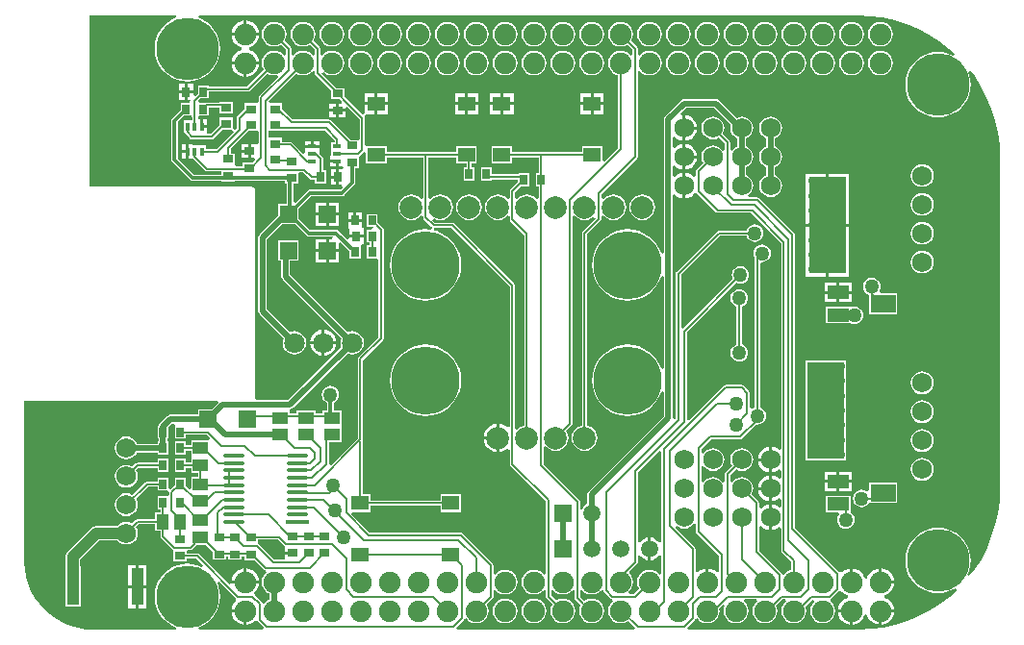
<source format=gtl>
G04 Layer_Physical_Order=1*
G04 Layer_Color=255*
%FSLAX25Y25*%
%MOIN*%
G70*
G01*
G75*
%ADD10R,0.07480X0.04724*%
%ADD11R,0.08661X0.06299*%
%ADD12R,0.05512X0.04331*%
%ADD13R,0.06000X0.06000*%
%ADD14R,0.04331X0.05512*%
%ADD15R,0.03543X0.02756*%
%ADD16R,0.03150X0.03543*%
%ADD17R,0.03543X0.03150*%
%ADD18R,0.01575X0.03150*%
%ADD19R,0.03150X0.01575*%
%ADD20R,0.02756X0.03543*%
%ADD21R,0.04331X0.12992*%
%ADD22R,0.06102X0.05118*%
%ADD23R,0.07874X0.01181*%
%ADD24O,0.07874X0.01181*%
%ADD25C,0.00787*%
%ADD26C,0.01968*%
%ADD27C,0.01181*%
%ADD28C,0.01378*%
%ADD29C,0.03937*%
%ADD30C,0.06890*%
%ADD31C,0.05905*%
%ADD32R,0.05905X0.05905*%
%ADD33C,0.07087*%
%ADD34C,0.07480*%
%ADD35C,0.21654*%
%ADD36R,0.12992X0.33465*%
%ADD37C,0.07874*%
%ADD38C,0.23622*%
%ADD39C,0.02756*%
%ADD40C,0.05000*%
G36*
X168151Y179693D02*
X165958Y177500D01*
X161098D01*
Y175513D01*
X151547D01*
X151547Y175513D01*
X150968Y175398D01*
X150477Y175070D01*
X150477Y175070D01*
X147977Y172570D01*
X147649Y172079D01*
X147588Y171772D01*
X147169D01*
Y167228D01*
X147534D01*
Y166205D01*
X147169D01*
Y165446D01*
X139981D01*
X139745Y166017D01*
X139113Y166841D01*
X138289Y167473D01*
X137329Y167871D01*
X136299Y168007D01*
X135269Y167871D01*
X134310Y167473D01*
X133486Y166841D01*
X132853Y166017D01*
X132456Y165057D01*
X132320Y164028D01*
X132456Y162998D01*
X132853Y162038D01*
X133486Y161214D01*
X134310Y160582D01*
X135269Y160184D01*
X136299Y160049D01*
X137329Y160184D01*
X138289Y160582D01*
X139113Y161214D01*
X139745Y162038D01*
X139903Y162420D01*
X147169D01*
Y161661D01*
X150925D01*
Y166205D01*
X150561D01*
Y167228D01*
X150925D01*
Y171238D01*
X152162Y172475D01*
X152923Y172393D01*
X153075Y171772D01*
X153075Y171699D01*
Y167228D01*
X156831D01*
Y168589D01*
X164123D01*
X165341Y167370D01*
X164980Y166618D01*
X158744D01*
Y164864D01*
X156831D01*
Y166205D01*
X153075D01*
Y161661D01*
X156831D01*
Y163042D01*
X158744D01*
Y161500D01*
X158744Y161287D01*
X158744D01*
Y160713D01*
X158744D01*
Y158911D01*
X156831D01*
Y160272D01*
X153075D01*
Y155728D01*
X156831D01*
Y157089D01*
X158744D01*
Y155382D01*
X161089D01*
Y154165D01*
X158744D01*
Y150026D01*
X158017Y149725D01*
X156831Y150911D01*
Y153772D01*
X153075D01*
Y150911D01*
X151713Y149548D01*
X150925Y149875D01*
Y153772D01*
X147169D01*
Y152411D01*
X143457D01*
X143108Y152342D01*
X142812Y152144D01*
X138384Y147715D01*
X138289Y147788D01*
X137329Y148186D01*
X136299Y148321D01*
X135269Y148186D01*
X134310Y147788D01*
X133486Y147156D01*
X132853Y146332D01*
X132456Y145372D01*
X132320Y144343D01*
X132456Y143313D01*
X132853Y142353D01*
X133486Y141529D01*
X134310Y140897D01*
X135269Y140499D01*
X136299Y140364D01*
X137329Y140499D01*
X138289Y140897D01*
X139113Y141529D01*
X139745Y142353D01*
X140143Y143313D01*
X140278Y144343D01*
X140143Y145372D01*
X139745Y146332D01*
X139672Y146427D01*
X143834Y150589D01*
X147169D01*
Y149228D01*
X150482D01*
X150522Y149209D01*
X151077Y148561D01*
X151089Y148509D01*
Y147991D01*
X150925Y147272D01*
X147169D01*
Y142728D01*
X148136D01*
Y141756D01*
X146382D01*
Y139411D01*
X140299D01*
X139951Y139342D01*
X139655Y139144D01*
X138384Y137873D01*
X138289Y137946D01*
X137329Y138343D01*
X136299Y138479D01*
X135269Y138343D01*
X134310Y137946D01*
X133486Y137313D01*
X133258Y137017D01*
X125950D01*
X124987Y136825D01*
X124171Y136280D01*
X116000Y128109D01*
X115454Y127292D01*
X115263Y126329D01*
Y122996D01*
X115114D01*
Y109004D01*
X120445D01*
Y122996D01*
X120296D01*
Y125287D01*
X126993Y131983D01*
X133258D01*
X133486Y131686D01*
X134310Y131054D01*
X135269Y130657D01*
X136299Y130521D01*
X137329Y130657D01*
X138289Y131054D01*
X139113Y131686D01*
X139745Y132510D01*
X140143Y133470D01*
X140278Y134500D01*
X140143Y135530D01*
X139745Y136489D01*
X139672Y136584D01*
X140677Y137589D01*
X146382D01*
Y135244D01*
X148136D01*
Y133240D01*
X148205Y132891D01*
X148403Y132596D01*
X152141Y128858D01*
X152681Y128428D01*
Y124672D01*
X157224D01*
Y125638D01*
X160573D01*
X162791Y123421D01*
X162344Y122753D01*
X161011Y123306D01*
X159277Y123722D01*
X157500Y123862D01*
X155723Y123722D01*
X153989Y123306D01*
X152342Y122623D01*
X150822Y121692D01*
X149466Y120534D01*
X148308Y119178D01*
X147377Y117658D01*
X146694Y116011D01*
X146278Y114277D01*
X146138Y112500D01*
X146278Y110723D01*
X146694Y108989D01*
X147377Y107342D01*
X148308Y105822D01*
X149466Y104466D01*
X150822Y103308D01*
X152342Y102377D01*
X153717Y101807D01*
X153560Y101020D01*
X125772D01*
X124990Y101025D01*
X124990Y101025D01*
Y101025D01*
X124212Y101042D01*
X122092Y101161D01*
X119468Y101607D01*
X116910Y102343D01*
X114450Y103362D01*
X112120Y104650D01*
X109949Y106190D01*
X107964Y107964D01*
X106190Y109949D01*
X104650Y112120D01*
X103362Y114450D01*
X102343Y116910D01*
X101607Y119468D01*
X101161Y122092D01*
X101042Y124212D01*
X101025Y124990D01*
X101025D01*
X101020Y125772D01*
Y180480D01*
X167825D01*
X168151Y179693D01*
D02*
G37*
G36*
X201589Y294570D02*
Y294000D01*
X201658Y293651D01*
X201856Y293356D01*
X207228Y287983D01*
Y285075D01*
X210137D01*
X211059Y284153D01*
X210757Y283425D01*
X210000D01*
Y281547D01*
X212272D01*
Y281911D01*
X212999Y282212D01*
X217089Y278123D01*
Y271487D01*
X216772Y270831D01*
X213911D01*
X207097Y277644D01*
X206802Y277842D01*
X206453Y277911D01*
X193877D01*
X190272Y281517D01*
Y283587D01*
X186036D01*
X185697Y284361D01*
X195232Y293896D01*
X195362Y293796D01*
X196393Y293369D01*
X197500Y293223D01*
X198607Y293369D01*
X199638Y293796D01*
X200524Y294476D01*
X200801Y294837D01*
X201589Y294570D01*
D02*
G37*
G36*
X333589Y137599D02*
Y135000D01*
X333658Y134651D01*
X333856Y134356D01*
X341589Y126623D01*
Y121121D01*
X341495Y121089D01*
X340801Y120942D01*
X339891Y121641D01*
X338737Y122118D01*
X338000Y122215D01*
Y117500D01*
X337000D01*
Y122215D01*
X336263Y122118D01*
X335109Y121641D01*
X334199Y120942D01*
X333505Y121089D01*
X333411Y121121D01*
Y129000D01*
X333342Y129349D01*
X333144Y129644D01*
X326292Y136497D01*
X326812Y137090D01*
X327510Y136554D01*
X328470Y136157D01*
X329500Y136021D01*
X330530Y136157D01*
X331489Y136554D01*
X332313Y137187D01*
X332801Y137822D01*
X333589Y137599D01*
D02*
G37*
G36*
X191007Y130037D02*
X191228Y129889D01*
Y128047D01*
X194000D01*
Y127047D01*
X191228D01*
Y125199D01*
X187590D01*
X182327Y130462D01*
X181905Y131075D01*
Y132223D01*
X188821D01*
X191007Y130037D01*
D02*
G37*
G36*
X321589Y162687D02*
Y131430D01*
X320801Y131191D01*
X320319Y131819D01*
X319493Y132453D01*
X318532Y132851D01*
X318000Y132921D01*
Y129000D01*
Y125079D01*
X318532Y125149D01*
X319493Y125547D01*
X320319Y126181D01*
X320801Y126809D01*
X321589Y126570D01*
Y120430D01*
X320801Y120163D01*
X320524Y120524D01*
X319638Y121204D01*
X318607Y121631D01*
X317500Y121777D01*
X316393Y121631D01*
X315362Y121204D01*
X314476Y120524D01*
X313796Y119638D01*
X313369Y118607D01*
X313223Y117500D01*
X313369Y116393D01*
X313796Y115362D01*
X313916Y115205D01*
X312123Y113411D01*
X310430D01*
X310163Y114199D01*
X310524Y114476D01*
X311204Y115362D01*
X311631Y116393D01*
X311777Y117500D01*
X311631Y118607D01*
X311204Y119638D01*
X310524Y120524D01*
X310480Y121192D01*
X313144Y123856D01*
X313342Y124151D01*
X313411Y124500D01*
Y126570D01*
X314199Y126809D01*
X314681Y126181D01*
X315507Y125547D01*
X316468Y125149D01*
X317000Y125079D01*
Y129000D01*
Y132921D01*
X316468Y132851D01*
X315507Y132453D01*
X314681Y131819D01*
X314199Y131191D01*
X313411Y131430D01*
Y155623D01*
X320801Y163013D01*
X321589Y162687D01*
D02*
G37*
G36*
X393942Y313810D02*
X398211Y313248D01*
X402415Y312316D01*
X406522Y311022D01*
X410500Y309374D01*
X414319Y307385D01*
X417951Y305072D01*
X421367Y302451D01*
X423385Y300602D01*
X422909Y299970D01*
X422658Y300123D01*
X421011Y300806D01*
X419277Y301222D01*
X417500Y301362D01*
X415723Y301222D01*
X413989Y300806D01*
X412342Y300123D01*
X410822Y299192D01*
X409466Y298034D01*
X408308Y296678D01*
X407377Y295158D01*
X406694Y293511D01*
X406278Y291777D01*
X406138Y290000D01*
X406278Y288223D01*
X406694Y286489D01*
X407377Y284842D01*
X408308Y283322D01*
X409466Y281966D01*
X410822Y280808D01*
X412342Y279877D01*
X413989Y279194D01*
X415723Y278778D01*
X417500Y278638D01*
X419277Y278778D01*
X421011Y279194D01*
X422658Y279877D01*
X424178Y280808D01*
X425534Y281966D01*
X426692Y283322D01*
X427623Y284842D01*
X428306Y286489D01*
X428722Y288223D01*
X428862Y290000D01*
X428722Y291777D01*
X428306Y293511D01*
X427902Y294485D01*
X428590Y294882D01*
X430072Y292951D01*
X432385Y289319D01*
X434374Y285500D01*
X436022Y281522D01*
X437316Y277415D01*
X438248Y273211D01*
X438810Y268942D01*
X438982Y265009D01*
X438980Y265000D01*
Y150000D01*
X438994Y149933D01*
X438810Y145730D01*
X438252Y141492D01*
X437327Y137319D01*
X436042Y133242D01*
X434406Y129293D01*
X432432Y125502D01*
X430136Y121897D01*
X428378Y119606D01*
X427690Y120003D01*
X428306Y121489D01*
X428722Y123223D01*
X428862Y125000D01*
X428722Y126777D01*
X428306Y128511D01*
X427623Y130158D01*
X426692Y131678D01*
X425534Y133034D01*
X424178Y134192D01*
X422658Y135123D01*
X421011Y135806D01*
X419277Y136222D01*
X417500Y136362D01*
X415723Y136222D01*
X413989Y135806D01*
X412342Y135123D01*
X410822Y134192D01*
X409466Y133034D01*
X408308Y131678D01*
X407377Y130158D01*
X406694Y128511D01*
X406278Y126777D01*
X406138Y125000D01*
X406278Y123223D01*
X406694Y121489D01*
X407377Y119842D01*
X408308Y118322D01*
X409466Y116966D01*
X410822Y115808D01*
X412342Y114877D01*
X413989Y114194D01*
X415723Y113778D01*
X417500Y113638D01*
X419277Y113778D01*
X421011Y114194D01*
X422658Y114877D01*
X423567Y115434D01*
X424043Y114802D01*
X421494Y112466D01*
X418103Y109864D01*
X414498Y107568D01*
X410707Y105594D01*
X406758Y103958D01*
X402681Y102673D01*
X398508Y101748D01*
X394270Y101190D01*
X390067Y101006D01*
X390000Y101020D01*
X330922D01*
X330596Y101807D01*
X333144Y104356D01*
X333342Y104651D01*
X333343Y104658D01*
X334181Y104861D01*
X334476Y104476D01*
X335362Y103796D01*
X336393Y103369D01*
X337500Y103223D01*
X338607Y103369D01*
X339638Y103796D01*
X340524Y104476D01*
X341204Y105362D01*
X341631Y106393D01*
X341777Y107500D01*
X341662Y108373D01*
X342956Y109667D01*
X343623Y109221D01*
X343369Y108607D01*
X343223Y107500D01*
X343369Y106393D01*
X343796Y105362D01*
X344476Y104476D01*
X345362Y103796D01*
X346393Y103369D01*
X347500Y103223D01*
X348607Y103369D01*
X349638Y103796D01*
X350524Y104476D01*
X351204Y105362D01*
X351631Y106393D01*
X351777Y107500D01*
X351631Y108607D01*
X351204Y109638D01*
X350524Y110524D01*
X350163Y110801D01*
X350430Y111589D01*
X354570D01*
X354837Y110801D01*
X354476Y110524D01*
X353796Y109638D01*
X353369Y108607D01*
X353223Y107500D01*
X353369Y106393D01*
X353796Y105362D01*
X354476Y104476D01*
X355362Y103796D01*
X356393Y103369D01*
X357500Y103223D01*
X358607Y103369D01*
X359638Y103796D01*
X360524Y104476D01*
X361204Y105362D01*
X361631Y106393D01*
X361777Y107500D01*
X361631Y108607D01*
X361356Y109272D01*
X363673Y111589D01*
X364570D01*
X364837Y110801D01*
X364476Y110524D01*
X363796Y109638D01*
X363369Y108607D01*
X363223Y107500D01*
X363369Y106393D01*
X363796Y105362D01*
X364476Y104476D01*
X365362Y103796D01*
X366393Y103369D01*
X367500Y103223D01*
X368607Y103369D01*
X369638Y103796D01*
X370524Y104476D01*
X371204Y105362D01*
X371631Y106393D01*
X371777Y107500D01*
X371631Y108607D01*
X371438Y109074D01*
X373833Y111470D01*
X374330Y111405D01*
X374557Y110586D01*
X374476Y110524D01*
X373796Y109638D01*
X373369Y108607D01*
X373223Y107500D01*
X373369Y106393D01*
X373796Y105362D01*
X374476Y104476D01*
X375362Y103796D01*
X376393Y103369D01*
X377500Y103223D01*
X378607Y103369D01*
X379638Y103796D01*
X380524Y104476D01*
X381204Y105362D01*
X381631Y106393D01*
X381777Y107500D01*
X381631Y108607D01*
X381204Y109638D01*
X380524Y110524D01*
X380109Y110843D01*
X380140Y111255D01*
X380261Y111718D01*
X380467Y111856D01*
X382955Y114343D01*
X383664Y114404D01*
X383957Y114331D01*
X384119Y114119D01*
X385109Y113359D01*
X386090Y112953D01*
X386180Y112500D01*
X386090Y112047D01*
X385109Y111641D01*
X384119Y110881D01*
X383360Y109890D01*
X382882Y108737D01*
X382785Y108000D01*
X387500D01*
Y107500D01*
X388000D01*
Y102785D01*
X388737Y102882D01*
X389891Y103359D01*
X390881Y104119D01*
X391640Y105110D01*
X392047Y106091D01*
X392500Y106180D01*
X392953Y106091D01*
X393359Y105110D01*
X394119Y104119D01*
X395110Y103359D01*
X396263Y102882D01*
X397000Y102785D01*
Y107500D01*
X397500D01*
Y108000D01*
X402215D01*
X402118Y108737D01*
X401641Y109890D01*
X400881Y110881D01*
X399890Y111641D01*
X398909Y112047D01*
X398820Y112500D01*
X398909Y112953D01*
X399890Y113359D01*
X400881Y114119D01*
X401641Y115110D01*
X402118Y116263D01*
X402215Y117000D01*
X397500D01*
Y117500D01*
X397000D01*
Y122215D01*
X396263Y122118D01*
X395110Y121641D01*
X394119Y120881D01*
X393359Y119890D01*
X392953Y118909D01*
X392500Y118820D01*
X392047Y118909D01*
X391640Y119890D01*
X390881Y120881D01*
X389891Y121641D01*
X388737Y122118D01*
X388000Y122215D01*
Y117500D01*
X387000D01*
Y122215D01*
X386263Y122118D01*
X385109Y121641D01*
X384119Y120881D01*
X383917Y120872D01*
X383230Y121016D01*
X383144Y121144D01*
X367911Y136377D01*
Y238000D01*
X367842Y238349D01*
X367644Y238644D01*
X355644Y250644D01*
X355349Y250842D01*
X355000Y250911D01*
X351901D01*
X351678Y251699D01*
X352313Y252186D01*
X352946Y253011D01*
X353343Y253970D01*
X353479Y255000D01*
X353343Y256030D01*
X352946Y256990D01*
X352313Y257814D01*
X351489Y258446D01*
X351013Y258643D01*
Y261357D01*
X351489Y261554D01*
X352313Y262187D01*
X352946Y263011D01*
X353343Y263970D01*
X353479Y265000D01*
X353343Y266030D01*
X352946Y266989D01*
X352313Y267813D01*
X351489Y268446D01*
X351013Y268643D01*
Y271357D01*
X351489Y271554D01*
X352313Y272186D01*
X352946Y273010D01*
X353343Y273970D01*
X353479Y275000D01*
X353343Y276030D01*
X352946Y276990D01*
X352313Y277814D01*
X351489Y278446D01*
X350530Y278843D01*
X349500Y278979D01*
X348470Y278843D01*
X347640Y278500D01*
X341570Y284570D01*
X341079Y284898D01*
X340500Y285013D01*
X340500Y285013D01*
X329500D01*
X328921Y284898D01*
X328430Y284570D01*
X328430Y284570D01*
X322930Y279070D01*
X322602Y278579D01*
X322487Y278000D01*
X322487Y278000D01*
Y231533D01*
X321745Y231316D01*
X321003Y233106D01*
X319991Y234759D01*
X318732Y236232D01*
X317259Y237491D01*
X315606Y238503D01*
X313816Y239245D01*
X311932Y239697D01*
X310000Y239849D01*
X308068Y239697D01*
X306184Y239245D01*
X304394Y238503D01*
X302741Y237491D01*
X301268Y236232D01*
X300009Y234759D01*
X298997Y233106D01*
X298255Y231316D01*
X297803Y229432D01*
X297651Y227500D01*
X297803Y225568D01*
X298255Y223684D01*
X298997Y221894D01*
X300009Y220241D01*
X301268Y218768D01*
X302741Y217509D01*
X304394Y216497D01*
X306184Y215755D01*
X308068Y215303D01*
X310000Y215151D01*
X311932Y215303D01*
X313816Y215755D01*
X315606Y216497D01*
X317259Y217509D01*
X318732Y218768D01*
X319991Y220241D01*
X321003Y221894D01*
X321745Y223684D01*
X322487Y223467D01*
Y191533D01*
X321745Y191316D01*
X321003Y193106D01*
X319991Y194759D01*
X318732Y196232D01*
X317259Y197491D01*
X315606Y198503D01*
X313816Y199245D01*
X311932Y199697D01*
X310000Y199849D01*
X308068Y199697D01*
X306184Y199245D01*
X304394Y198503D01*
X302741Y197491D01*
X301268Y196232D01*
X300009Y194759D01*
X298997Y193106D01*
X298255Y191316D01*
X297803Y189432D01*
X297651Y187500D01*
X297803Y185568D01*
X298255Y183684D01*
X298997Y181894D01*
X300009Y180241D01*
X301268Y178768D01*
X302741Y177509D01*
X304394Y176497D01*
X306184Y175755D01*
X308068Y175303D01*
X310000Y175151D01*
X311932Y175303D01*
X313816Y175755D01*
X315606Y176497D01*
X317259Y177509D01*
X318732Y178768D01*
X319991Y180241D01*
X321003Y181894D01*
X321745Y183684D01*
X322487Y183467D01*
Y175127D01*
X296430Y149070D01*
X296102Y148579D01*
X295987Y148000D01*
X295987Y148000D01*
Y144610D01*
X295759Y144516D01*
X295038Y143963D01*
X294484Y143241D01*
X294199Y142552D01*
X293411Y142709D01*
Y145500D01*
X293342Y145849D01*
X293144Y146144D01*
X280911Y158377D01*
Y164247D01*
X281699Y164514D01*
X281836Y164336D01*
X282762Y163624D01*
X283842Y163177D01*
X285000Y163025D01*
X286158Y163177D01*
X287238Y163624D01*
X288164Y164336D01*
X288876Y165262D01*
X289323Y166342D01*
X289475Y167500D01*
X289323Y168658D01*
X288876Y169738D01*
X288724Y169935D01*
X290644Y171856D01*
X290842Y172151D01*
X290911Y172500D01*
Y244247D01*
X291699Y244514D01*
X291835Y244336D01*
X292762Y243624D01*
X293842Y243177D01*
X295000Y243025D01*
X296158Y243177D01*
X297238Y243624D01*
X297812Y244065D01*
X298685Y243783D01*
X298744Y243532D01*
X294356Y239144D01*
X294158Y238849D01*
X294089Y238500D01*
Y171855D01*
X293842Y171823D01*
X292762Y171376D01*
X291835Y170665D01*
X291124Y169738D01*
X290677Y168658D01*
X290525Y167500D01*
X290677Y166342D01*
X291124Y165262D01*
X291835Y164336D01*
X292762Y163624D01*
X293842Y163177D01*
X295000Y163025D01*
X296158Y163177D01*
X297238Y163624D01*
X298165Y164336D01*
X298876Y165262D01*
X299323Y166342D01*
X299475Y167500D01*
X299323Y168658D01*
X298876Y169738D01*
X298165Y170665D01*
X297238Y171376D01*
X296158Y171823D01*
X295911Y171855D01*
Y238123D01*
X300644Y242856D01*
X300842Y243151D01*
X300911Y243500D01*
Y244247D01*
X301699Y244514D01*
X301835Y244336D01*
X302762Y243624D01*
X303842Y243177D01*
X305000Y243025D01*
X306158Y243177D01*
X307238Y243624D01*
X308165Y244336D01*
X308876Y245262D01*
X309323Y246342D01*
X309475Y247500D01*
X309323Y248658D01*
X308876Y249738D01*
X308165Y250664D01*
X307238Y251376D01*
X306158Y251823D01*
X305000Y251975D01*
X303842Y251823D01*
X302762Y251376D01*
X301835Y250664D01*
X301699Y250486D01*
X300911Y250753D01*
Y252075D01*
X313144Y264308D01*
X313342Y264604D01*
X313411Y264953D01*
Y294570D01*
X314199Y294837D01*
X314476Y294476D01*
X315362Y293796D01*
X316393Y293369D01*
X317500Y293223D01*
X318607Y293369D01*
X319638Y293796D01*
X320524Y294476D01*
X321204Y295362D01*
X321631Y296393D01*
X321777Y297500D01*
X321631Y298607D01*
X321204Y299638D01*
X320524Y300524D01*
X319638Y301204D01*
X318607Y301631D01*
X317500Y301777D01*
X316393Y301631D01*
X315362Y301204D01*
X314476Y300524D01*
X314199Y300163D01*
X313411Y300430D01*
Y302500D01*
X313342Y302849D01*
X313144Y303144D01*
X311084Y305205D01*
X311204Y305362D01*
X311631Y306393D01*
X311777Y307500D01*
X311631Y308607D01*
X311204Y309638D01*
X310524Y310524D01*
X309638Y311204D01*
X308607Y311631D01*
X307500Y311777D01*
X306393Y311631D01*
X305362Y311204D01*
X304476Y310524D01*
X303796Y309638D01*
X303369Y308607D01*
X303223Y307500D01*
X303369Y306393D01*
X303796Y305362D01*
X304476Y304476D01*
X305362Y303796D01*
X306393Y303369D01*
X307500Y303223D01*
X308607Y303369D01*
X309638Y303796D01*
X309795Y303916D01*
X311589Y302123D01*
Y300430D01*
X310801Y300163D01*
X310524Y300524D01*
X309638Y301204D01*
X308607Y301631D01*
X307500Y301777D01*
X306393Y301631D01*
X305362Y301204D01*
X304476Y300524D01*
X303796Y299638D01*
X303369Y298607D01*
X303223Y297500D01*
X303369Y296393D01*
X303796Y295362D01*
X304476Y294476D01*
X305362Y293796D01*
X306393Y293369D01*
X306589Y293343D01*
Y267933D01*
X301988Y263332D01*
X301201Y263658D01*
Y268701D01*
X294098D01*
Y266553D01*
X269902D01*
Y268701D01*
X262799D01*
Y262583D01*
X269902D01*
Y264731D01*
X279089D01*
Y259272D01*
X278075D01*
Y254728D01*
X279089D01*
Y250753D01*
X278301Y250486D01*
X278165Y250664D01*
X277238Y251376D01*
X276158Y251823D01*
X275000Y251975D01*
X273842Y251823D01*
X272762Y251376D01*
X271835Y250664D01*
X271699Y250486D01*
X270911Y250753D01*
Y252575D01*
X273064Y254728D01*
X275925D01*
Y259272D01*
X272169D01*
Y258911D01*
X262831D01*
Y261272D01*
X259075D01*
Y256728D01*
X262831D01*
Y257089D01*
X271905D01*
X272060Y256301D01*
X269356Y253597D01*
X269158Y253302D01*
X269089Y252953D01*
Y250753D01*
X268301Y250486D01*
X268164Y250664D01*
X267238Y251376D01*
X266158Y251823D01*
X265000Y251975D01*
X263842Y251823D01*
X262762Y251376D01*
X261836Y250664D01*
X261124Y249738D01*
X260677Y248658D01*
X260525Y247500D01*
X260677Y246342D01*
X261124Y245262D01*
X261836Y244336D01*
X262762Y243624D01*
X263842Y243177D01*
X265000Y243025D01*
X266158Y243177D01*
X267238Y243624D01*
X268164Y244336D01*
X268301Y244514D01*
X269089Y244247D01*
Y243220D01*
X269158Y242872D01*
X269356Y242576D01*
X274089Y237843D01*
Y171855D01*
X273842Y171823D01*
X272762Y171376D01*
X271835Y170665D01*
X271699Y170486D01*
X270911Y170753D01*
Y220425D01*
X270842Y220774D01*
X270644Y221070D01*
X249849Y241865D01*
X249553Y242062D01*
X249205Y242132D01*
X243157D01*
X242291Y242997D01*
X242762Y243624D01*
X243842Y243177D01*
X245000Y243025D01*
X246158Y243177D01*
X247238Y243624D01*
X248165Y244336D01*
X248876Y245262D01*
X249323Y246342D01*
X249475Y247500D01*
X249323Y248658D01*
X248876Y249738D01*
X248165Y250664D01*
X247238Y251376D01*
X246158Y251823D01*
X245000Y251975D01*
X243842Y251823D01*
X242762Y251376D01*
X241835Y250664D01*
X241699Y250486D01*
X240911Y250753D01*
Y264731D01*
X250598D01*
Y262583D01*
X254136D01*
Y261272D01*
X253169D01*
Y256728D01*
X256925D01*
Y261272D01*
X255958D01*
Y262583D01*
X257701D01*
Y268701D01*
X250598D01*
Y266553D01*
X226402D01*
Y268701D01*
X219699D01*
X219299Y268701D01*
X218911Y269327D01*
Y278500D01*
X218842Y278849D01*
X218707Y279050D01*
X218841Y279424D01*
X219103Y279799D01*
X219461Y279799D01*
X222350D01*
Y282858D01*
X218799D01*
Y280468D01*
X218799Y280103D01*
X218028Y279761D01*
X211772Y286017D01*
Y288831D01*
X208958D01*
X203888Y293900D01*
X203904Y293966D01*
X203954Y294011D01*
X204777Y294245D01*
X205362Y293796D01*
X206393Y293369D01*
X207500Y293223D01*
X208607Y293369D01*
X209638Y293796D01*
X210524Y294476D01*
X211204Y295362D01*
X211631Y296393D01*
X211777Y297500D01*
X211631Y298607D01*
X211204Y299638D01*
X210524Y300524D01*
X209638Y301204D01*
X208607Y301631D01*
X207500Y301777D01*
X206393Y301631D01*
X205362Y301204D01*
X204476Y300524D01*
X204199Y300163D01*
X203411Y300430D01*
Y302500D01*
X203342Y302849D01*
X203144Y303144D01*
X201084Y305205D01*
X201204Y305362D01*
X201631Y306393D01*
X201777Y307500D01*
X201631Y308607D01*
X201204Y309638D01*
X200524Y310524D01*
X199638Y311204D01*
X198607Y311631D01*
X197500Y311777D01*
X196393Y311631D01*
X195362Y311204D01*
X194476Y310524D01*
X193796Y309638D01*
X193369Y308607D01*
X193223Y307500D01*
X193369Y306393D01*
X193796Y305362D01*
X194476Y304476D01*
X195362Y303796D01*
X196393Y303369D01*
X197500Y303223D01*
X198607Y303369D01*
X199638Y303796D01*
X199795Y303916D01*
X201589Y302123D01*
Y300430D01*
X200801Y300163D01*
X200524Y300524D01*
X199638Y301204D01*
X198607Y301631D01*
X197500Y301777D01*
X196393Y301631D01*
X195362Y301204D01*
X194476Y300524D01*
X194199Y300163D01*
X193411Y300430D01*
Y302500D01*
X193342Y302849D01*
X193144Y303144D01*
X191084Y305205D01*
X191204Y305362D01*
X191631Y306393D01*
X191777Y307500D01*
X191631Y308607D01*
X191204Y309638D01*
X190524Y310524D01*
X189638Y311204D01*
X188607Y311631D01*
X187500Y311777D01*
X186393Y311631D01*
X185362Y311204D01*
X184476Y310524D01*
X183796Y309638D01*
X183369Y308607D01*
X183223Y307500D01*
X183369Y306393D01*
X183796Y305362D01*
X184476Y304476D01*
X185362Y303796D01*
X186393Y303369D01*
X187500Y303223D01*
X188607Y303369D01*
X189638Y303796D01*
X189795Y303916D01*
X191589Y302123D01*
Y300430D01*
X190801Y300163D01*
X190524Y300524D01*
X189638Y301204D01*
X188607Y301631D01*
X187500Y301777D01*
X186393Y301631D01*
X185362Y301204D01*
X184476Y300524D01*
X183796Y299638D01*
X183369Y298607D01*
X183223Y297500D01*
X183369Y296393D01*
X183796Y295362D01*
X183916Y295205D01*
X178118Y289406D01*
X164831D01*
Y289772D01*
X161075D01*
Y286863D01*
X160153Y285941D01*
X159425Y286243D01*
Y287000D01*
X157547D01*
Y284728D01*
X158365D01*
X158500Y284559D01*
X158121Y283772D01*
X155169D01*
Y281194D01*
X152214Y278239D01*
X151973Y277878D01*
X151888Y277453D01*
X151888Y277453D01*
Y263953D01*
X151888Y263953D01*
X151973Y263527D01*
X152214Y263166D01*
X158525Y256856D01*
X158886Y256614D01*
X159311Y256530D01*
X159311Y256530D01*
X169228D01*
Y256457D01*
X173772D01*
Y256530D01*
X191228D01*
Y255669D01*
X191888D01*
Y248559D01*
X189000D01*
Y244640D01*
X182430Y238070D01*
X182102Y237579D01*
X181987Y237000D01*
X181987Y237000D01*
Y211500D01*
X181987Y211500D01*
X182102Y210921D01*
X182430Y210430D01*
X190779Y202081D01*
X190561Y201555D01*
X190422Y200500D01*
X190561Y199444D01*
X190968Y198461D01*
X191616Y197616D01*
X192461Y196968D01*
X193445Y196561D01*
X194500Y196422D01*
X195555Y196561D01*
X196539Y196968D01*
X197384Y197616D01*
X198032Y198461D01*
X198439Y199444D01*
X198578Y200500D01*
X198439Y201555D01*
X198032Y202539D01*
X197384Y203384D01*
X196539Y204032D01*
X195555Y204439D01*
X194500Y204578D01*
X193445Y204439D01*
X192919Y204222D01*
X185013Y212127D01*
Y236373D01*
X190199Y241559D01*
X194869D01*
X198714Y237714D01*
X198714Y237714D01*
X199074Y237473D01*
X199500Y237388D01*
X207962D01*
X208029Y237287D01*
X207608Y236500D01*
X206500D01*
Y233000D01*
X210000D01*
Y234946D01*
X210728Y235247D01*
X213669Y232306D01*
Y229728D01*
X217425D01*
Y234272D01*
X218023Y234728D01*
X218575D01*
Y237000D01*
X216000D01*
X213425D01*
Y236723D01*
X212698Y236422D01*
X209834Y239286D01*
X209473Y239527D01*
X209047Y239612D01*
X209047Y239612D01*
X199961D01*
X196000Y243572D01*
Y246880D01*
X200508Y251388D01*
X211000D01*
X211000Y251388D01*
X211425Y251473D01*
X211786Y251714D01*
X215286Y255214D01*
X215527Y255574D01*
X215612Y256000D01*
Y261169D01*
X216772D01*
Y264925D01*
X217288Y265499D01*
X218512Y266723D01*
X219026Y266601D01*
X219299Y266419D01*
Y262583D01*
X226402D01*
Y264731D01*
X239089D01*
Y250753D01*
X238301Y250486D01*
X238164Y250664D01*
X237238Y251376D01*
X236158Y251823D01*
X235000Y251975D01*
X233842Y251823D01*
X232762Y251376D01*
X231836Y250664D01*
X231124Y249738D01*
X230677Y248658D01*
X230525Y247500D01*
X230677Y246342D01*
X231124Y245262D01*
X231836Y244336D01*
X232762Y243624D01*
X233842Y243177D01*
X235000Y243025D01*
X236158Y243177D01*
X237238Y243624D01*
X238164Y244336D01*
X238301Y244514D01*
X239089Y244247D01*
Y244000D01*
X239158Y243651D01*
X239356Y243356D01*
X242005Y240707D01*
X242071Y240641D01*
X242082Y240344D01*
X241982Y239913D01*
X241817Y239706D01*
X241701Y239715D01*
X240000Y239849D01*
X238068Y239697D01*
X236184Y239245D01*
X234394Y238503D01*
X232741Y237491D01*
X231268Y236232D01*
X230009Y234759D01*
X228997Y233106D01*
X228255Y231316D01*
X227803Y229432D01*
X227651Y227500D01*
X227803Y225568D01*
X228255Y223684D01*
X228997Y221894D01*
X230009Y220241D01*
X231268Y218768D01*
X232741Y217509D01*
X234394Y216497D01*
X236184Y215755D01*
X238068Y215303D01*
X240000Y215151D01*
X241932Y215303D01*
X243816Y215755D01*
X245606Y216497D01*
X247259Y217509D01*
X248732Y218768D01*
X249991Y220241D01*
X251003Y221894D01*
X251745Y223684D01*
X252197Y225568D01*
X252349Y227500D01*
X252197Y229432D01*
X251745Y231316D01*
X251003Y233106D01*
X249991Y234759D01*
X248732Y236232D01*
X247259Y237491D01*
X245606Y238503D01*
X243816Y239245D01*
X242961Y239450D01*
X242799Y240196D01*
X242971Y240288D01*
X243110Y240309D01*
X248827D01*
X269089Y220048D01*
Y171493D01*
X268301Y171190D01*
X267490Y171812D01*
X266289Y172310D01*
X265500Y172414D01*
Y167500D01*
Y162586D01*
X266289Y162690D01*
X267490Y163188D01*
X268301Y163810D01*
X269089Y163507D01*
Y158500D01*
X269158Y158151D01*
X269356Y157856D01*
X281589Y145623D01*
Y120430D01*
X280801Y120163D01*
X280524Y120524D01*
X279638Y121204D01*
X278607Y121631D01*
X277500Y121777D01*
X276393Y121631D01*
X275362Y121204D01*
X274476Y120524D01*
X273796Y119638D01*
X273369Y118607D01*
X273223Y117500D01*
X273369Y116393D01*
X273796Y115362D01*
X274476Y114476D01*
X275362Y113796D01*
X276393Y113369D01*
X277500Y113223D01*
X278607Y113369D01*
X279638Y113796D01*
X280524Y114476D01*
X280801Y114837D01*
X281589Y114570D01*
Y112500D01*
X281658Y112151D01*
X281856Y111856D01*
X283916Y109795D01*
X283796Y109638D01*
X283369Y108607D01*
X283223Y107500D01*
X283369Y106393D01*
X283796Y105362D01*
X284476Y104476D01*
X285362Y103796D01*
X286393Y103369D01*
X287500Y103223D01*
X288607Y103369D01*
X289638Y103796D01*
X290524Y104476D01*
X291204Y105362D01*
X291631Y106393D01*
X291777Y107500D01*
X291631Y108607D01*
X291204Y109638D01*
X290524Y110524D01*
X289638Y111204D01*
X288607Y111631D01*
X287500Y111777D01*
X286393Y111631D01*
X285362Y111204D01*
X285205Y111084D01*
X283411Y112877D01*
Y114570D01*
X284199Y114837D01*
X284476Y114476D01*
X285362Y113796D01*
X286393Y113369D01*
X287500Y113223D01*
X288607Y113369D01*
X289638Y113796D01*
X290524Y114476D01*
X290801Y114837D01*
X291589Y114570D01*
Y112000D01*
X291658Y111651D01*
X291856Y111356D01*
X293731Y109481D01*
X293369Y108607D01*
X293223Y107500D01*
X293369Y106393D01*
X293796Y105362D01*
X294476Y104476D01*
X295362Y103796D01*
X296393Y103369D01*
X297500Y103223D01*
X298607Y103369D01*
X299638Y103796D01*
X300524Y104476D01*
X301204Y105362D01*
X301631Y106393D01*
X301777Y107500D01*
X301631Y108607D01*
X301204Y109638D01*
X300524Y110524D01*
X299638Y111204D01*
X298607Y111631D01*
X297500Y111777D01*
X296393Y111631D01*
X295362Y111204D01*
X294922Y110866D01*
X293411Y112377D01*
Y114570D01*
X294199Y114837D01*
X294476Y114476D01*
X295362Y113796D01*
X296393Y113369D01*
X297500Y113223D01*
X298607Y113369D01*
X299638Y113796D01*
X300524Y114476D01*
X300801Y114837D01*
X301589Y114570D01*
Y114539D01*
X301658Y114191D01*
X301856Y113895D01*
X303895Y111856D01*
X304191Y111658D01*
X304539Y111589D01*
X304570D01*
X304837Y110801D01*
X304476Y110524D01*
X303796Y109638D01*
X303369Y108607D01*
X303223Y107500D01*
X303369Y106393D01*
X303796Y105362D01*
X304476Y104476D01*
X305362Y103796D01*
X306393Y103369D01*
X307500Y103223D01*
X308607Y103369D01*
X309638Y103796D01*
X310078Y104133D01*
X312404Y101807D01*
X312078Y101020D01*
X250922D01*
X250596Y101807D01*
X253144Y104356D01*
X253342Y104651D01*
X253343Y104658D01*
X254181Y104861D01*
X254476Y104476D01*
X255362Y103796D01*
X256393Y103369D01*
X257500Y103223D01*
X258607Y103369D01*
X259638Y103796D01*
X260524Y104476D01*
X261204Y105362D01*
X261631Y106393D01*
X261777Y107500D01*
X261631Y108607D01*
X261204Y109638D01*
X261084Y109795D01*
X263144Y111856D01*
X263342Y112151D01*
X263411Y112500D01*
Y114570D01*
X264199Y114837D01*
X264476Y114476D01*
X265362Y113796D01*
X266393Y113369D01*
X267500Y113223D01*
X268607Y113369D01*
X269638Y113796D01*
X270524Y114476D01*
X271204Y115362D01*
X271631Y116393D01*
X271777Y117500D01*
X271631Y118607D01*
X271204Y119638D01*
X270524Y120524D01*
X269638Y121204D01*
X268607Y121631D01*
X267500Y121777D01*
X266393Y121631D01*
X265362Y121204D01*
X264476Y120524D01*
X264199Y120163D01*
X263411Y120430D01*
Y123400D01*
X263342Y123749D01*
X263144Y124045D01*
X252757Y134432D01*
X252462Y134629D01*
X252113Y134699D01*
X220637D01*
X214324Y141012D01*
X214650Y141799D01*
X220902D01*
Y143947D01*
X245098D01*
Y141799D01*
X252201D01*
Y147917D01*
X245098D01*
Y145770D01*
X220902D01*
Y147917D01*
X218262D01*
Y166350D01*
X218194Y166693D01*
X218262Y167035D01*
Y194473D01*
X225144Y201356D01*
X225342Y201651D01*
X225411Y202000D01*
Y239835D01*
X225342Y240183D01*
X225144Y240479D01*
X223331Y242293D01*
Y245153D01*
X219575D01*
Y240610D01*
X221741D01*
X221775Y240559D01*
X221354Y239772D01*
X219437D01*
Y235228D01*
X220601D01*
Y234272D01*
X219575D01*
Y229728D01*
X223331D01*
X223589Y229048D01*
Y202377D01*
X216706Y195495D01*
X216509Y195199D01*
X216439Y194850D01*
Y167413D01*
X207137Y158110D01*
X206411Y158498D01*
X206411Y158500D01*
Y165882D01*
X210756D01*
Y171000D01*
X210756Y171213D01*
Y171787D01*
X210756Y172000D01*
Y177118D01*
X208212D01*
Y179755D01*
X208513Y179879D01*
X209140Y180360D01*
X209620Y180987D01*
X209923Y181717D01*
X210026Y182500D01*
X209923Y183283D01*
X209620Y184013D01*
X209140Y184640D01*
X208513Y185120D01*
X207783Y185423D01*
X207000Y185526D01*
X206217Y185423D01*
X205487Y185120D01*
X204860Y184640D01*
X204380Y184013D01*
X204077Y183283D01*
X203974Y182500D01*
X204077Y181717D01*
X204380Y180987D01*
X204860Y180360D01*
X205487Y179879D01*
X205788Y179755D01*
Y177118D01*
X204244D01*
Y175998D01*
X201756D01*
Y177118D01*
X195244D01*
Y175911D01*
X192756D01*
Y176775D01*
X192913Y177232D01*
X193361Y177559D01*
X193579Y177602D01*
X194070Y177930D01*
X212919Y196779D01*
X213444Y196561D01*
X214500Y196422D01*
X215556Y196561D01*
X216539Y196968D01*
X217384Y197616D01*
X218032Y198461D01*
X218439Y199444D01*
X218578Y200500D01*
X218439Y201555D01*
X218032Y202539D01*
X217384Y203384D01*
X216539Y204032D01*
X215556Y204439D01*
X214500Y204578D01*
X213444Y204439D01*
X212919Y204222D01*
X193013Y224127D01*
Y229000D01*
X196000D01*
Y236000D01*
X189000D01*
Y229000D01*
X189987D01*
Y223500D01*
X189987Y223500D01*
X190102Y222921D01*
X190430Y222430D01*
X210778Y202081D01*
X210561Y201555D01*
X210422Y200500D01*
X210561Y199444D01*
X210778Y198919D01*
X192373Y180513D01*
X181490D01*
X181308Y180712D01*
X180980Y181301D01*
X181020Y181500D01*
Y253500D01*
X180942Y253890D01*
X180721Y254221D01*
X180390Y254442D01*
X180000Y254520D01*
X123520D01*
Y313980D01*
X153560D01*
X153717Y313193D01*
X152342Y312623D01*
X150822Y311692D01*
X149466Y310534D01*
X148308Y309178D01*
X147377Y307658D01*
X146694Y306011D01*
X146278Y304277D01*
X146138Y302500D01*
X146278Y300723D01*
X146694Y298989D01*
X147377Y297342D01*
X148308Y295822D01*
X149466Y294466D01*
X150822Y293308D01*
X152342Y292377D01*
X153989Y291694D01*
X155723Y291278D01*
X157500Y291138D01*
X159277Y291278D01*
X161011Y291694D01*
X162658Y292377D01*
X164178Y293308D01*
X165534Y294466D01*
X166692Y295822D01*
X167623Y297342D01*
X168306Y298989D01*
X168722Y300723D01*
X168862Y302500D01*
X168722Y304277D01*
X168306Y306011D01*
X167623Y307658D01*
X166692Y309178D01*
X165534Y310534D01*
X164178Y311692D01*
X162658Y312623D01*
X161283Y313193D01*
X161440Y313980D01*
X390000D01*
X390009Y313982D01*
X393942Y313810D01*
D02*
G37*
G36*
X208419Y270792D02*
Y269847D01*
X207256D01*
Y265228D01*
X206756D01*
Y263941D01*
X209331D01*
Y263441D01*
X209831D01*
Y261653D01*
X211262D01*
X211431Y261362D01*
X210990Y260772D01*
X209953D01*
Y258000D01*
Y255228D01*
X211042D01*
X211368Y254441D01*
X210539Y253612D01*
X200047D01*
X199622Y253527D01*
X199261Y253286D01*
X194899Y248925D01*
X194112Y249251D01*
Y255669D01*
X195772D01*
Y259425D01*
X196491Y259589D01*
X197623D01*
X199856Y257356D01*
X200151Y257158D01*
X200500Y257089D01*
X201669D01*
Y255728D01*
X205425D01*
Y260272D01*
X204549D01*
Y264362D01*
X204480Y264711D01*
X204282Y265006D01*
X203287Y266002D01*
X203244Y266772D01*
X203244D01*
Y268059D01*
X200669D01*
X198094D01*
Y266772D01*
X198257D01*
X198329Y266409D01*
X197604Y266021D01*
X193728Y269896D01*
X193433Y270094D01*
X193084Y270163D01*
X190272D01*
Y271575D01*
X185728D01*
X185411Y272231D01*
Y273269D01*
X185728Y273925D01*
X190272D01*
Y274089D01*
X205123D01*
X208419Y270792D01*
D02*
G37*
G36*
X181772Y273925D02*
X182089Y273269D01*
Y270032D01*
X181767Y269378D01*
X179495D01*
Y267000D01*
Y264622D01*
X180725D01*
X181026Y263895D01*
X180104Y262972D01*
X176724D01*
Y261730D01*
X174147D01*
X173772Y262362D01*
Y266118D01*
X172411D01*
Y267623D01*
X178714Y273925D01*
X181772D01*
D02*
G37*
G36*
X345707Y276152D02*
X345657Y276030D01*
X345521Y275000D01*
X345657Y273970D01*
X346054Y273010D01*
X346687Y272186D01*
X347511Y271554D01*
X347987Y271357D01*
Y268643D01*
X347511Y268446D01*
X346687Y267813D01*
X346199Y267178D01*
X345411Y267401D01*
Y270000D01*
X345342Y270349D01*
X345144Y270644D01*
X342873Y272916D01*
X342946Y273010D01*
X343343Y273970D01*
X343479Y275000D01*
X343343Y276030D01*
X342946Y276990D01*
X342314Y277814D01*
X341490Y278446D01*
X340530Y278843D01*
X339500Y278979D01*
X338470Y278843D01*
X337510Y278446D01*
X336686Y277814D01*
X336054Y276990D01*
X335657Y276030D01*
X335521Y275000D01*
X335657Y273970D01*
X336054Y273010D01*
X336686Y272186D01*
X337510Y271554D01*
X338470Y271157D01*
X339500Y271021D01*
X340530Y271157D01*
X341490Y271554D01*
X341584Y271627D01*
X343589Y269623D01*
Y267401D01*
X342801Y267178D01*
X342314Y267813D01*
X341490Y268446D01*
X340530Y268843D01*
X339500Y268979D01*
X338470Y268843D01*
X337510Y268446D01*
X336686Y267813D01*
X336054Y266989D01*
X335657Y266030D01*
X335521Y265000D01*
X335657Y263970D01*
X336054Y263011D01*
X336127Y262916D01*
X333856Y260644D01*
X333658Y260349D01*
X333589Y260000D01*
Y258266D01*
X332801Y257999D01*
X332670Y258170D01*
X331742Y258883D01*
X330660Y259331D01*
X330000Y259417D01*
Y255000D01*
Y250583D01*
X330660Y250670D01*
X331742Y251117D01*
X332670Y251830D01*
X332996Y252254D01*
X333431Y252306D01*
X333975Y252237D01*
X340430Y245781D01*
X340726Y245583D01*
X341075Y245514D01*
X352697D01*
X363089Y235123D01*
Y163841D01*
X362301Y163453D01*
X361742Y163883D01*
X360660Y164330D01*
X360000Y164417D01*
Y160000D01*
Y155583D01*
X360660Y155669D01*
X361742Y156117D01*
X362301Y156547D01*
X363089Y156159D01*
Y153841D01*
X362301Y153453D01*
X361742Y153883D01*
X360660Y154331D01*
X360000Y154417D01*
Y150000D01*
Y145583D01*
X360660Y145669D01*
X361742Y146117D01*
X362301Y146547D01*
X363089Y146159D01*
Y143841D01*
X362301Y143453D01*
X361742Y143883D01*
X360660Y144331D01*
X360000Y144417D01*
Y140000D01*
Y135583D01*
X360660Y135670D01*
X361742Y136117D01*
X362301Y136547D01*
X363089Y136159D01*
Y128500D01*
X363158Y128151D01*
X363356Y127856D01*
X366589Y124623D01*
Y121657D01*
X366393Y121631D01*
X365362Y121204D01*
X364476Y120524D01*
X364181Y120139D01*
X363343Y120342D01*
X363342Y120349D01*
X363144Y120644D01*
X355411Y128377D01*
Y136734D01*
X356199Y137001D01*
X356330Y136830D01*
X357258Y136117D01*
X358340Y135670D01*
X359000Y135583D01*
Y140000D01*
Y144417D01*
X358340Y144331D01*
X357258Y143883D01*
X356330Y143170D01*
X356199Y142999D01*
X355411Y143266D01*
Y145000D01*
X355342Y145349D01*
X355144Y145644D01*
X352873Y147916D01*
X352946Y148011D01*
X353343Y148970D01*
X353479Y150000D01*
X353343Y151030D01*
X352946Y151989D01*
X352313Y152813D01*
X351489Y153446D01*
X350530Y153843D01*
X349500Y153979D01*
X348470Y153843D01*
X347511Y153446D01*
X346687Y152813D01*
X346199Y152178D01*
X345411Y152401D01*
Y154623D01*
X347416Y156627D01*
X347511Y156554D01*
X348470Y156157D01*
X349500Y156021D01*
X350530Y156157D01*
X351489Y156554D01*
X352313Y157186D01*
X352946Y158010D01*
X353343Y158970D01*
X353479Y160000D01*
X353343Y161030D01*
X352946Y161989D01*
X352313Y162813D01*
X351489Y163446D01*
X350530Y163843D01*
X349500Y163979D01*
X348470Y163843D01*
X347511Y163446D01*
X346687Y162813D01*
X346054Y161989D01*
X345657Y161030D01*
X345521Y160000D01*
X345657Y158970D01*
X346054Y158010D01*
X346127Y157916D01*
X343856Y155644D01*
X343658Y155349D01*
X343589Y155000D01*
Y152401D01*
X342801Y152178D01*
X342314Y152813D01*
X341490Y153446D01*
X340530Y153843D01*
X339500Y153979D01*
X338470Y153843D01*
X337510Y153446D01*
X336686Y152813D01*
X336199Y152178D01*
X335411Y152401D01*
Y157599D01*
X336199Y157822D01*
X336686Y157186D01*
X337510Y156554D01*
X338470Y156157D01*
X339500Y156021D01*
X340530Y156157D01*
X341490Y156554D01*
X342314Y157186D01*
X342946Y158010D01*
X343343Y158970D01*
X343479Y160000D01*
X343343Y161030D01*
X342946Y161989D01*
X342314Y162813D01*
X341490Y163446D01*
X340530Y163843D01*
X339500Y163979D01*
X338470Y163843D01*
X337510Y163446D01*
X336686Y162813D01*
X336199Y162178D01*
X335411Y162401D01*
Y163623D01*
X338877Y167089D01*
X349067D01*
X349416Y167158D01*
X349711Y167356D01*
X354534Y172178D01*
X354897Y172131D01*
X355680Y172234D01*
X356410Y172536D01*
X357037Y173017D01*
X357518Y173644D01*
X357820Y174373D01*
X357923Y175157D01*
X357820Y175940D01*
X357518Y176670D01*
X357037Y177296D01*
X356410Y177777D01*
X355808Y178026D01*
Y227968D01*
X356400Y228487D01*
X356500Y228474D01*
X357283Y228577D01*
X358013Y228879D01*
X358640Y229360D01*
X359120Y229987D01*
X359423Y230717D01*
X359526Y231500D01*
X359423Y232283D01*
X359120Y233013D01*
X358640Y233640D01*
X358013Y234120D01*
X357283Y234423D01*
X356500Y234526D01*
X355717Y234423D01*
X354987Y234120D01*
X354360Y233640D01*
X353879Y233013D01*
X353577Y232283D01*
X353474Y231500D01*
X353577Y230717D01*
X353879Y229987D01*
X353986Y229849D01*
Y178026D01*
X353384Y177777D01*
X353092Y177553D01*
X352305Y177942D01*
Y183113D01*
X352236Y183461D01*
X352038Y183757D01*
X350151Y185644D01*
X349855Y185842D01*
X349506Y185911D01*
X343972D01*
X343623Y185842D01*
X343328Y185644D01*
X331199Y173515D01*
X330411Y173841D01*
Y204123D01*
X347615Y221326D01*
X348217Y221077D01*
X349000Y220974D01*
X349783Y221077D01*
X350513Y221379D01*
X351140Y221860D01*
X351621Y222487D01*
X351923Y223217D01*
X352026Y224000D01*
X351923Y224783D01*
X351621Y225513D01*
X351140Y226140D01*
X350513Y226621D01*
X349783Y226923D01*
X349000Y227026D01*
X348217Y226923D01*
X347487Y226621D01*
X346860Y226140D01*
X346379Y225513D01*
X346077Y224783D01*
X345974Y224000D01*
X346077Y223217D01*
X346326Y222615D01*
X329199Y205487D01*
X328411Y205813D01*
Y224123D01*
X341877Y237589D01*
X351130D01*
X351379Y236987D01*
X351860Y236360D01*
X352487Y235879D01*
X353217Y235577D01*
X354000Y235474D01*
X354783Y235577D01*
X355513Y235879D01*
X356140Y236360D01*
X356621Y236987D01*
X356923Y237717D01*
X357026Y238500D01*
X356923Y239283D01*
X356621Y240013D01*
X356140Y240640D01*
X355513Y241121D01*
X354783Y241423D01*
X354000Y241526D01*
X353217Y241423D01*
X352487Y241121D01*
X351860Y240640D01*
X351379Y240013D01*
X351130Y239411D01*
X341500D01*
X341151Y239342D01*
X340856Y239144D01*
X326856Y225144D01*
X326658Y224849D01*
X326589Y224500D01*
Y174413D01*
X326241Y174121D01*
X325608Y174451D01*
X325513Y174539D01*
Y251601D01*
X326301Y251868D01*
X326330Y251830D01*
X327258Y251117D01*
X328340Y250670D01*
X329000Y250583D01*
Y255000D01*
Y259417D01*
X328340Y259331D01*
X327258Y258883D01*
X326330Y258170D01*
X326301Y258132D01*
X325513Y258399D01*
Y261601D01*
X326301Y261868D01*
X326330Y261830D01*
X327258Y261117D01*
X328340Y260669D01*
X329000Y260583D01*
Y265000D01*
Y269417D01*
X328340Y269331D01*
X327258Y268883D01*
X326330Y268170D01*
X326301Y268132D01*
X325513Y268399D01*
Y271601D01*
X326301Y271868D01*
X326330Y271830D01*
X327258Y271117D01*
X328340Y270670D01*
X329000Y270583D01*
Y275000D01*
Y279417D01*
X328621Y279367D01*
X328254Y280113D01*
X330127Y281987D01*
X339873D01*
X345707Y276152D01*
D02*
G37*
G36*
X185362Y293796D02*
X186393Y293369D01*
X187500Y293223D01*
X188414Y293343D01*
X188781Y292788D01*
X188825Y292641D01*
X182356Y286172D01*
X182158Y285876D01*
X182089Y285528D01*
Y284243D01*
X181772Y283587D01*
X177228D01*
Y281517D01*
X174856Y279144D01*
X174658Y278849D01*
X174589Y278500D01*
Y274877D01*
X174004Y274293D01*
X173272Y274674D01*
Y278575D01*
X168728D01*
Y276017D01*
X165623Y272911D01*
X165128D01*
X164347Y272925D01*
Y275000D01*
X162559D01*
Y275500D01*
X162059D01*
Y278075D01*
X161495D01*
X161261Y278441D01*
X161692Y279228D01*
X164831D01*
Y281947D01*
X168728D01*
Y279937D01*
X173272D01*
Y284087D01*
X168728D01*
Y283769D01*
X164831D01*
Y283772D01*
X161674D01*
X161348Y284559D01*
X162017Y285228D01*
X164831D01*
Y287584D01*
X178500D01*
X178849Y287653D01*
X179144Y287851D01*
X179154Y287865D01*
X185205Y293916D01*
X185362Y293796D01*
D02*
G37*
G36*
X158925Y279228D02*
X159089Y278509D01*
Y277575D01*
X156154D01*
Y273425D01*
X156556D01*
X156599Y273210D01*
X156797Y272915D01*
X158356Y271356D01*
X158651Y271158D01*
X159000Y271089D01*
X166000D01*
X166349Y271158D01*
X166644Y271356D01*
X169714Y274425D01*
X173023D01*
X173404Y273693D01*
X167461Y267750D01*
X163847D01*
Y268913D01*
X159228D01*
Y269413D01*
X157941D01*
Y266839D01*
Y264264D01*
X159228D01*
X159849Y263862D01*
X163537Y260175D01*
X163832Y259977D01*
X164181Y259908D01*
X169228D01*
Y258754D01*
X159772D01*
X154112Y264413D01*
Y276992D01*
X156348Y279228D01*
X158925D01*
D02*
G37*
G36*
X174243Y111968D02*
X174316Y111471D01*
X174266Y110993D01*
X174119Y110881D01*
X173360Y109890D01*
X172882Y108737D01*
X172785Y108000D01*
X177500D01*
Y107500D01*
X178000D01*
Y102785D01*
X178737Y102882D01*
X179891Y103359D01*
X180881Y104119D01*
X181083Y104128D01*
X181770Y103984D01*
X181856Y103856D01*
X183904Y101807D01*
X183578Y101020D01*
X161440D01*
X161283Y101807D01*
X162658Y102377D01*
X164178Y103308D01*
X165534Y104466D01*
X166692Y105822D01*
X167623Y107342D01*
X168306Y108989D01*
X168722Y110723D01*
X168862Y112500D01*
X168722Y114277D01*
X168306Y116011D01*
X167753Y117344D01*
X168421Y117790D01*
X174243Y111968D01*
D02*
G37*
G36*
X166228Y128077D02*
Y125216D01*
X170772D01*
Y126376D01*
X171728D01*
Y125216D01*
X176272D01*
Y126376D01*
X177362D01*
Y125169D01*
X180542D01*
X183856Y121856D01*
X184151Y121658D01*
X184500Y121589D01*
X184570D01*
X184837Y120801D01*
X184476Y120524D01*
X183796Y119638D01*
X183369Y118607D01*
X183223Y117500D01*
X183369Y116393D01*
X183796Y115362D01*
X184476Y114476D01*
X185362Y113796D01*
X185987Y113537D01*
Y111463D01*
X185362Y111204D01*
X184476Y110524D01*
X184181Y110139D01*
X183343Y110342D01*
X183342Y110349D01*
X183144Y110644D01*
X180757Y113032D01*
X180684Y113529D01*
X180734Y114007D01*
X180881Y114119D01*
X181641Y115110D01*
X182118Y116263D01*
X182215Y117000D01*
X172493D01*
X172021Y116768D01*
X161595Y127194D01*
X161299Y127392D01*
X160950Y127461D01*
X157224D01*
Y128428D01*
X157944Y128591D01*
X158455D01*
X158804Y128661D01*
X159100Y128858D01*
X160576Y130335D01*
X163971D01*
X166228Y128077D01*
D02*
G37*
%LPC*%
G36*
X150925Y160272D02*
X147169D01*
Y158911D01*
X140114D01*
X139766Y158842D01*
X139470Y158644D01*
X138384Y157558D01*
X138289Y157631D01*
X137329Y158028D01*
X136299Y158164D01*
X135269Y158028D01*
X134310Y157631D01*
X133486Y156999D01*
X132853Y156175D01*
X132456Y155215D01*
X132320Y154185D01*
X132456Y153155D01*
X132853Y152196D01*
X133486Y151372D01*
X134310Y150739D01*
X135269Y150342D01*
X136299Y150206D01*
X137329Y150342D01*
X138289Y150739D01*
X139113Y151372D01*
X139745Y152196D01*
X140143Y153155D01*
X140278Y154185D01*
X140143Y155215D01*
X139745Y156175D01*
X139672Y156269D01*
X140492Y157089D01*
X147169D01*
Y155728D01*
X150925D01*
Y160272D01*
D02*
G37*
G36*
X143386Y123496D02*
X140720D01*
Y116500D01*
X143386D01*
Y123496D01*
D02*
G37*
G36*
X139720D02*
X137055D01*
Y116500D01*
X139720D01*
Y123496D01*
D02*
G37*
G36*
Y115500D02*
X137055D01*
Y108504D01*
X139720D01*
Y115500D01*
D02*
G37*
G36*
X143386D02*
X140720D01*
Y108504D01*
X143386D01*
Y115500D01*
D02*
G37*
G36*
X209000Y280547D02*
X206728D01*
Y278669D01*
X209000D01*
Y280547D01*
D02*
G37*
G36*
X212272D02*
X210000D01*
Y278669D01*
X212272D01*
Y280547D01*
D02*
G37*
G36*
X209000Y283425D02*
X206728D01*
Y281547D01*
X209000D01*
Y283425D01*
D02*
G37*
G36*
X412000Y242479D02*
X410970Y242343D01*
X410010Y241946D01*
X409187Y241314D01*
X408554Y240490D01*
X408157Y239530D01*
X408021Y238500D01*
X408157Y237470D01*
X408554Y236510D01*
X409187Y235686D01*
X410010Y235054D01*
X410970Y234657D01*
X412000Y234521D01*
X413030Y234657D01*
X413989Y235054D01*
X414814Y235686D01*
X415446Y236510D01*
X415843Y237470D01*
X415979Y238500D01*
X415843Y239530D01*
X415446Y240490D01*
X414814Y241314D01*
X413989Y241946D01*
X413030Y242343D01*
X412000Y242479D01*
D02*
G37*
G36*
X205500Y236500D02*
X202000D01*
Y233000D01*
X205500D01*
Y236500D01*
D02*
G37*
G36*
X210000Y232000D02*
X206500D01*
Y228500D01*
X210000D01*
Y232000D01*
D02*
G37*
G36*
X267500Y111777D02*
X266393Y111631D01*
X265362Y111204D01*
X264476Y110524D01*
X263796Y109638D01*
X263369Y108607D01*
X263223Y107500D01*
X263369Y106393D01*
X263796Y105362D01*
X264476Y104476D01*
X265362Y103796D01*
X266393Y103369D01*
X267500Y103223D01*
X268607Y103369D01*
X269638Y103796D01*
X270524Y104476D01*
X271204Y105362D01*
X271631Y106393D01*
X271777Y107500D01*
X271631Y108607D01*
X271204Y109638D01*
X270524Y110524D01*
X269638Y111204D01*
X268607Y111631D01*
X267500Y111777D01*
D02*
G37*
G36*
X210000Y244559D02*
X206500D01*
Y241059D01*
X210000D01*
Y244559D01*
D02*
G37*
G36*
X378575Y258953D02*
X371579D01*
Y241721D01*
X378575D01*
Y258953D01*
D02*
G37*
G36*
X217925Y242382D02*
X215547D01*
X213169D01*
Y240110D01*
X213425D01*
Y238000D01*
X216000D01*
X218575D01*
Y240272D01*
X217925D01*
Y242382D01*
D02*
G37*
G36*
X205500Y244559D02*
X202000D01*
Y241059D01*
X205500D01*
Y244559D01*
D02*
G37*
G36*
X382374Y221299D02*
X378134D01*
Y218437D01*
X382374D01*
Y221299D01*
D02*
G37*
G36*
X387614D02*
X383374D01*
Y218437D01*
X387614D01*
Y221299D01*
D02*
G37*
G36*
X382374Y217437D02*
X378134D01*
Y214575D01*
X382374D01*
Y217437D01*
D02*
G37*
G36*
X387614D02*
X383374D01*
Y214575D01*
X387614D01*
Y217437D01*
D02*
G37*
G36*
X412000Y232479D02*
X410970Y232343D01*
X410010Y231946D01*
X409187Y231313D01*
X408554Y230489D01*
X408157Y229530D01*
X408021Y228500D01*
X408157Y227470D01*
X408554Y226511D01*
X409187Y225687D01*
X410010Y225054D01*
X410970Y224657D01*
X412000Y224521D01*
X413030Y224657D01*
X413989Y225054D01*
X414814Y225687D01*
X415446Y226511D01*
X415843Y227470D01*
X415979Y228500D01*
X415843Y229530D01*
X415446Y230489D01*
X414814Y231313D01*
X413989Y231946D01*
X413030Y232343D01*
X412000Y232479D01*
D02*
G37*
G36*
X205500Y232000D02*
X202000D01*
Y228500D01*
X205500D01*
Y232000D01*
D02*
G37*
G36*
X378575Y240721D02*
X371579D01*
Y223488D01*
X378575D01*
Y240721D01*
D02*
G37*
G36*
X386571D02*
X379575D01*
Y223488D01*
X386571D01*
Y240721D01*
D02*
G37*
G36*
X412000Y262479D02*
X410970Y262343D01*
X410010Y261946D01*
X409187Y261314D01*
X408554Y260490D01*
X408157Y259530D01*
X408021Y258500D01*
X408157Y257470D01*
X408554Y256510D01*
X409187Y255686D01*
X410010Y255054D01*
X410970Y254657D01*
X412000Y254521D01*
X413030Y254657D01*
X413989Y255054D01*
X414814Y255686D01*
X415446Y256510D01*
X415843Y257470D01*
X415979Y258500D01*
X415843Y259530D01*
X415446Y260490D01*
X414814Y261314D01*
X413989Y261946D01*
X413030Y262343D01*
X412000Y262479D01*
D02*
G37*
G36*
X387000Y107000D02*
X382785D01*
X382882Y106263D01*
X383360Y105110D01*
X384119Y104119D01*
X385109Y103359D01*
X386263Y102882D01*
X387000Y102785D01*
Y107000D01*
D02*
G37*
G36*
X402215D02*
X398000D01*
Y102785D01*
X398737Y102882D01*
X399890Y103359D01*
X400881Y104119D01*
X401641Y105110D01*
X402118Y106263D01*
X402215Y107000D01*
D02*
G37*
G36*
X359500Y278979D02*
X358470Y278843D01*
X357510Y278446D01*
X356686Y277814D01*
X356054Y276990D01*
X355657Y276030D01*
X355521Y275000D01*
X355657Y273970D01*
X356054Y273010D01*
X356686Y272186D01*
X357510Y271554D01*
X357987Y271357D01*
Y268643D01*
X357510Y268446D01*
X356686Y267813D01*
X356054Y266989D01*
X355657Y266030D01*
X355521Y265000D01*
X355657Y263970D01*
X356054Y263011D01*
X356686Y262187D01*
X357510Y261554D01*
X357987Y261357D01*
Y258643D01*
X357510Y258446D01*
X356686Y257814D01*
X356054Y256990D01*
X355657Y256030D01*
X355521Y255000D01*
X355657Y253970D01*
X356054Y253011D01*
X356686Y252186D01*
X357510Y251554D01*
X358470Y251157D01*
X359500Y251021D01*
X360530Y251157D01*
X361490Y251554D01*
X362314Y252186D01*
X362946Y253011D01*
X363343Y253970D01*
X363479Y255000D01*
X363343Y256030D01*
X362946Y256990D01*
X362314Y257814D01*
X361490Y258446D01*
X361013Y258643D01*
Y261357D01*
X361490Y261554D01*
X362314Y262187D01*
X362946Y263011D01*
X363343Y263970D01*
X363479Y265000D01*
X363343Y266030D01*
X362946Y266989D01*
X362314Y267813D01*
X361490Y268446D01*
X361013Y268643D01*
Y271357D01*
X361490Y271554D01*
X362314Y272186D01*
X362946Y273010D01*
X363343Y273970D01*
X363479Y275000D01*
X363343Y276030D01*
X362946Y276990D01*
X362314Y277814D01*
X361490Y278446D01*
X360530Y278843D01*
X359500Y278979D01*
D02*
G37*
G36*
X315000Y251975D02*
X313842Y251823D01*
X312762Y251376D01*
X311836Y250664D01*
X311124Y249738D01*
X310677Y248658D01*
X310525Y247500D01*
X310677Y246342D01*
X311124Y245262D01*
X311836Y244336D01*
X312762Y243624D01*
X313842Y243177D01*
X315000Y243025D01*
X316158Y243177D01*
X317238Y243624D01*
X318164Y244336D01*
X318876Y245262D01*
X319323Y246342D01*
X319475Y247500D01*
X319323Y248658D01*
X318876Y249738D01*
X318164Y250664D01*
X317238Y251376D01*
X316158Y251823D01*
X315000Y251975D01*
D02*
G37*
G36*
X215047Y245654D02*
X213169D01*
Y243382D01*
X215047D01*
Y245654D01*
D02*
G37*
G36*
X386571Y258953D02*
X379575D01*
Y241721D01*
X386571D01*
Y258953D01*
D02*
G37*
G36*
X255000Y251975D02*
X253842Y251823D01*
X252762Y251376D01*
X251835Y250664D01*
X251124Y249738D01*
X250677Y248658D01*
X250525Y247500D01*
X250677Y246342D01*
X251124Y245262D01*
X251835Y244336D01*
X252762Y243624D01*
X253842Y243177D01*
X255000Y243025D01*
X256158Y243177D01*
X257238Y243624D01*
X258165Y244336D01*
X258876Y245262D01*
X259323Y246342D01*
X259475Y247500D01*
X259323Y248658D01*
X258876Y249738D01*
X258165Y250664D01*
X257238Y251376D01*
X256158Y251823D01*
X255000Y251975D01*
D02*
G37*
G36*
X205500Y249059D02*
X202000D01*
Y245559D01*
X205500D01*
Y249059D01*
D02*
G37*
G36*
X210000D02*
X206500D01*
Y245559D01*
X210000D01*
Y249059D01*
D02*
G37*
G36*
X217925Y245654D02*
X216047D01*
Y243382D01*
X217925D01*
Y245654D01*
D02*
G37*
G36*
X412000Y252479D02*
X410970Y252343D01*
X410010Y251946D01*
X409187Y251313D01*
X408554Y250489D01*
X408157Y249530D01*
X408021Y248500D01*
X408157Y247470D01*
X408554Y246511D01*
X409187Y245687D01*
X410010Y245054D01*
X410970Y244657D01*
X412000Y244521D01*
X413030Y244657D01*
X413989Y245054D01*
X414814Y245687D01*
X415446Y246511D01*
X415843Y247470D01*
X415979Y248500D01*
X415843Y249530D01*
X415446Y250489D01*
X414814Y251313D01*
X413989Y251946D01*
X413030Y252343D01*
X412000Y252479D01*
D02*
G37*
G36*
X394500Y223026D02*
X393717Y222923D01*
X392987Y222621D01*
X392360Y222140D01*
X391880Y221513D01*
X391577Y220783D01*
X391474Y220000D01*
X391577Y219217D01*
X391880Y218487D01*
X392360Y217860D01*
X392987Y217379D01*
X393595Y217128D01*
Y210350D01*
X403256D01*
Y217650D01*
X397470D01*
X397082Y218437D01*
X397120Y218487D01*
X397423Y219217D01*
X397526Y220000D01*
X397423Y220783D01*
X397120Y221513D01*
X396640Y222140D01*
X396013Y222621D01*
X395283Y222923D01*
X394500Y223026D01*
D02*
G37*
G36*
X412000Y160526D02*
X410970Y160391D01*
X410010Y159993D01*
X409187Y159361D01*
X408554Y158537D01*
X408157Y157577D01*
X408021Y156547D01*
X408157Y155517D01*
X408554Y154558D01*
X409187Y153734D01*
X410010Y153101D01*
X410970Y152704D01*
X412000Y152568D01*
X413030Y152704D01*
X413989Y153101D01*
X414814Y153734D01*
X415446Y154558D01*
X415843Y155517D01*
X415979Y156547D01*
X415843Y157577D01*
X415446Y158537D01*
X414814Y159361D01*
X413989Y159993D01*
X413030Y160391D01*
X412000Y160526D01*
D02*
G37*
G36*
X382374Y151937D02*
X378134D01*
Y149075D01*
X382374D01*
Y151937D01*
D02*
G37*
G36*
X387614D02*
X383374D01*
Y149075D01*
X387614D01*
Y151937D01*
D02*
G37*
G36*
X382374Y155799D02*
X378134D01*
Y152937D01*
X382374D01*
Y155799D01*
D02*
G37*
G36*
X387614D02*
X383374D01*
Y152937D01*
X387614D01*
Y155799D01*
D02*
G37*
G36*
X398000Y122215D02*
Y118000D01*
X402215D01*
X402118Y118737D01*
X401641Y119890D01*
X400881Y120881D01*
X399890Y121641D01*
X398737Y122118D01*
X398000Y122215D01*
D02*
G37*
G36*
X403256Y152150D02*
X393595D01*
Y149283D01*
X392807Y148895D01*
X392513Y149120D01*
X391783Y149423D01*
X391000Y149526D01*
X390217Y149423D01*
X389487Y149120D01*
X388860Y148640D01*
X388380Y148013D01*
X388077Y147283D01*
X387974Y146500D01*
X388077Y145717D01*
X388380Y144987D01*
X388860Y144360D01*
X389487Y143879D01*
X390217Y143577D01*
X391000Y143474D01*
X391783Y143577D01*
X392513Y143879D01*
X393140Y144360D01*
X393140Y144361D01*
X393237Y144484D01*
X393595Y144850D01*
X403256D01*
Y152150D01*
D02*
G37*
G36*
X387114Y147425D02*
X378634D01*
Y141701D01*
X382758D01*
X383134Y140913D01*
X382879Y140582D01*
X382577Y139852D01*
X382474Y139069D01*
X382577Y138286D01*
X382879Y137556D01*
X383360Y136929D01*
X383987Y136449D01*
X384717Y136146D01*
X385500Y136043D01*
X386283Y136146D01*
X387013Y136449D01*
X387640Y136929D01*
X388121Y137556D01*
X388423Y138286D01*
X388526Y139069D01*
X388423Y139852D01*
X388121Y140582D01*
X387640Y141209D01*
X387114Y141701D01*
Y147425D01*
D02*
G37*
G36*
X209017Y200000D02*
X205000D01*
Y195983D01*
X205686Y196074D01*
X206791Y196531D01*
X207740Y197260D01*
X208469Y198209D01*
X208926Y199314D01*
X209017Y200000D01*
D02*
G37*
G36*
X383775Y194249D02*
X383693Y194232D01*
X378757D01*
X378675Y194249D01*
X378593Y194232D01*
X373657D01*
X373575Y194249D01*
X373493Y194232D01*
X371654D01*
Y159768D01*
X373330D01*
X373575Y159719D01*
X373819Y159768D01*
X378431D01*
X378675Y159719D01*
X378919Y159768D01*
X383530D01*
X383775Y159719D01*
X384019Y159768D01*
X385646D01*
Y161413D01*
X385690Y161634D01*
X385646Y161855D01*
Y166613D01*
X385690Y166834D01*
X385646Y167054D01*
Y171709D01*
X385690Y171933D01*
X385646Y172158D01*
Y176813D01*
X385690Y177034D01*
X385646Y177254D01*
Y181913D01*
X385690Y182134D01*
X385646Y182354D01*
Y187013D01*
X385690Y187234D01*
X385646Y187454D01*
Y192113D01*
X385690Y192334D01*
X385646Y192554D01*
Y194232D01*
X383857D01*
X383775Y194249D01*
D02*
G37*
G36*
X204000Y200000D02*
X199983D01*
X200074Y199314D01*
X200531Y198209D01*
X201260Y197260D01*
X202209Y196531D01*
X203314Y196074D01*
X204000Y195983D01*
Y200000D01*
D02*
G37*
G36*
X205000Y205017D02*
Y201000D01*
X209017D01*
X208926Y201686D01*
X208469Y202791D01*
X207740Y203740D01*
X206791Y204469D01*
X205686Y204926D01*
X205000Y205017D01*
D02*
G37*
G36*
X388500Y213026D02*
X387893Y212946D01*
X387114Y212925D01*
X387114Y212925D01*
X378634D01*
Y207201D01*
X387114D01*
X387114Y207201D01*
Y207201D01*
X387717Y207077D01*
X388500Y206974D01*
X389283Y207077D01*
X390013Y207380D01*
X390640Y207860D01*
X391121Y208487D01*
X391423Y209217D01*
X391526Y210000D01*
X391423Y210783D01*
X391121Y211513D01*
X390640Y212140D01*
X390013Y212620D01*
X389283Y212923D01*
X388500Y213026D01*
D02*
G37*
G36*
X204000Y205017D02*
X203314Y204926D01*
X202209Y204469D01*
X201260Y203740D01*
X200531Y202791D01*
X200074Y201686D01*
X199983Y201000D01*
X204000D01*
Y205017D01*
D02*
G37*
G36*
X277500Y111777D02*
X276393Y111631D01*
X275362Y111204D01*
X274476Y110524D01*
X273796Y109638D01*
X273369Y108607D01*
X273223Y107500D01*
X273369Y106393D01*
X273796Y105362D01*
X274476Y104476D01*
X275362Y103796D01*
X276393Y103369D01*
X277500Y103223D01*
X278607Y103369D01*
X279638Y103796D01*
X280524Y104476D01*
X281204Y105362D01*
X281631Y106393D01*
X281777Y107500D01*
X281631Y108607D01*
X281204Y109638D01*
X280524Y110524D01*
X279638Y111204D01*
X278607Y111631D01*
X277500Y111777D01*
D02*
G37*
G36*
X264500Y172414D02*
X263711Y172310D01*
X262510Y171812D01*
X261479Y171021D01*
X260687Y169990D01*
X260190Y168789D01*
X260086Y168000D01*
X264500D01*
Y172414D01*
D02*
G37*
G36*
X412000Y180526D02*
X410970Y180391D01*
X410010Y179993D01*
X409187Y179361D01*
X408554Y178537D01*
X408157Y177577D01*
X408021Y176547D01*
X408157Y175517D01*
X408554Y174558D01*
X409187Y173734D01*
X410010Y173101D01*
X410970Y172704D01*
X412000Y172568D01*
X413030Y172704D01*
X413989Y173101D01*
X414814Y173734D01*
X415446Y174558D01*
X415843Y175517D01*
X415979Y176547D01*
X415843Y177577D01*
X415446Y178537D01*
X414814Y179361D01*
X413989Y179993D01*
X413030Y180391D01*
X412000Y180526D01*
D02*
G37*
G36*
Y170526D02*
X410970Y170391D01*
X410010Y169993D01*
X409187Y169361D01*
X408554Y168537D01*
X408157Y167577D01*
X408021Y166547D01*
X408157Y165517D01*
X408554Y164558D01*
X409187Y163734D01*
X410010Y163101D01*
X410970Y162704D01*
X412000Y162568D01*
X413030Y162704D01*
X413989Y163101D01*
X414814Y163734D01*
X415446Y164558D01*
X415843Y165517D01*
X415979Y166547D01*
X415843Y167577D01*
X415446Y168537D01*
X414814Y169361D01*
X413989Y169993D01*
X413030Y170391D01*
X412000Y170526D01*
D02*
G37*
G36*
X264500Y167000D02*
X260086D01*
X260190Y166211D01*
X260687Y165010D01*
X261479Y163979D01*
X262510Y163188D01*
X263711Y162690D01*
X264500Y162586D01*
Y167000D01*
D02*
G37*
G36*
X412000Y190526D02*
X410970Y190391D01*
X410010Y189993D01*
X409187Y189361D01*
X408554Y188537D01*
X408157Y187577D01*
X408021Y186547D01*
X408157Y185517D01*
X408554Y184558D01*
X409187Y183734D01*
X410010Y183101D01*
X410970Y182704D01*
X412000Y182568D01*
X413030Y182704D01*
X413989Y183101D01*
X414814Y183734D01*
X415446Y184558D01*
X415843Y185517D01*
X415979Y186547D01*
X415843Y187577D01*
X415446Y188537D01*
X414814Y189361D01*
X413989Y189993D01*
X413030Y190391D01*
X412000Y190526D01*
D02*
G37*
G36*
X240000Y199849D02*
X238068Y199697D01*
X236184Y199245D01*
X234394Y198503D01*
X232741Y197491D01*
X231268Y196232D01*
X230009Y194759D01*
X228997Y193106D01*
X228255Y191316D01*
X227803Y189432D01*
X227651Y187500D01*
X227803Y185568D01*
X228255Y183684D01*
X228997Y181894D01*
X230009Y180241D01*
X231268Y178768D01*
X232741Y177509D01*
X234394Y176497D01*
X236184Y175755D01*
X238068Y175303D01*
X240000Y175151D01*
X241932Y175303D01*
X243816Y175755D01*
X245606Y176497D01*
X247259Y177509D01*
X248732Y178768D01*
X249991Y180241D01*
X251003Y181894D01*
X251745Y183684D01*
X252197Y185568D01*
X252349Y187500D01*
X252197Y189432D01*
X251745Y191316D01*
X251003Y193106D01*
X249991Y194759D01*
X248732Y196232D01*
X247259Y197491D01*
X245606Y198503D01*
X243816Y199245D01*
X241932Y199697D01*
X240000Y199849D01*
D02*
G37*
G36*
X377500Y301777D02*
X376393Y301631D01*
X375362Y301204D01*
X374476Y300524D01*
X373796Y299638D01*
X373369Y298607D01*
X373223Y297500D01*
X373369Y296393D01*
X373796Y295362D01*
X374476Y294476D01*
X375362Y293796D01*
X376393Y293369D01*
X377500Y293223D01*
X378607Y293369D01*
X379638Y293796D01*
X380524Y294476D01*
X381204Y295362D01*
X381631Y296393D01*
X381777Y297500D01*
X381631Y298607D01*
X381204Y299638D01*
X380524Y300524D01*
X379638Y301204D01*
X378607Y301631D01*
X377500Y301777D01*
D02*
G37*
G36*
X387500D02*
X386393Y301631D01*
X385362Y301204D01*
X384476Y300524D01*
X383796Y299638D01*
X383369Y298607D01*
X383223Y297500D01*
X383369Y296393D01*
X383796Y295362D01*
X384476Y294476D01*
X385362Y293796D01*
X386393Y293369D01*
X387500Y293223D01*
X388607Y293369D01*
X389638Y293796D01*
X390524Y294476D01*
X391204Y295362D01*
X391631Y296393D01*
X391777Y297500D01*
X391631Y298607D01*
X391204Y299638D01*
X390524Y300524D01*
X389638Y301204D01*
X388607Y301631D01*
X387500Y301777D01*
D02*
G37*
G36*
X357500D02*
X356393Y301631D01*
X355362Y301204D01*
X354476Y300524D01*
X353796Y299638D01*
X353369Y298607D01*
X353223Y297500D01*
X353369Y296393D01*
X353796Y295362D01*
X354476Y294476D01*
X355362Y293796D01*
X356393Y293369D01*
X357500Y293223D01*
X358607Y293369D01*
X359638Y293796D01*
X360524Y294476D01*
X361204Y295362D01*
X361631Y296393D01*
X361777Y297500D01*
X361631Y298607D01*
X361204Y299638D01*
X360524Y300524D01*
X359638Y301204D01*
X358607Y301631D01*
X357500Y301777D01*
D02*
G37*
G36*
X367500D02*
X366393Y301631D01*
X365362Y301204D01*
X364476Y300524D01*
X363796Y299638D01*
X363369Y298607D01*
X363223Y297500D01*
X363369Y296393D01*
X363796Y295362D01*
X364476Y294476D01*
X365362Y293796D01*
X366393Y293369D01*
X367500Y293223D01*
X368607Y293369D01*
X369638Y293796D01*
X370524Y294476D01*
X371204Y295362D01*
X371631Y296393D01*
X371777Y297500D01*
X371631Y298607D01*
X371204Y299638D01*
X370524Y300524D01*
X369638Y301204D01*
X368607Y301631D01*
X367500Y301777D01*
D02*
G37*
G36*
X397500D02*
X396393Y301631D01*
X395362Y301204D01*
X394476Y300524D01*
X393796Y299638D01*
X393369Y298607D01*
X393223Y297500D01*
X393369Y296393D01*
X393796Y295362D01*
X394476Y294476D01*
X395362Y293796D01*
X396393Y293369D01*
X397500Y293223D01*
X398607Y293369D01*
X399638Y293796D01*
X400524Y294476D01*
X401204Y295362D01*
X401631Y296393D01*
X401777Y297500D01*
X401631Y298607D01*
X401204Y299638D01*
X400524Y300524D01*
X399638Y301204D01*
X398607Y301631D01*
X397500Y301777D01*
D02*
G37*
G36*
X217500Y311777D02*
X216393Y311631D01*
X215362Y311204D01*
X214476Y310524D01*
X213796Y309638D01*
X213369Y308607D01*
X213223Y307500D01*
X213369Y306393D01*
X213796Y305362D01*
X214476Y304476D01*
X215362Y303796D01*
X216393Y303369D01*
X217500Y303223D01*
X218607Y303369D01*
X219638Y303796D01*
X220524Y304476D01*
X221204Y305362D01*
X221631Y306393D01*
X221777Y307500D01*
X221631Y308607D01*
X221204Y309638D01*
X220524Y310524D01*
X219638Y311204D01*
X218607Y311631D01*
X217500Y311777D01*
D02*
G37*
G36*
X227500D02*
X226393Y311631D01*
X225362Y311204D01*
X224476Y310524D01*
X223796Y309638D01*
X223369Y308607D01*
X223223Y307500D01*
X223369Y306393D01*
X223796Y305362D01*
X224476Y304476D01*
X225362Y303796D01*
X226393Y303369D01*
X227500Y303223D01*
X228607Y303369D01*
X229638Y303796D01*
X230524Y304476D01*
X231204Y305362D01*
X231631Y306393D01*
X231777Y307500D01*
X231631Y308607D01*
X231204Y309638D01*
X230524Y310524D01*
X229638Y311204D01*
X228607Y311631D01*
X227500Y311777D01*
D02*
G37*
G36*
X182215Y307000D02*
X172785D01*
X172882Y306263D01*
X173360Y305110D01*
X174119Y304119D01*
X175110Y303360D01*
X176091Y302953D01*
X176180Y302500D01*
X176091Y302047D01*
X175110Y301641D01*
X174119Y300881D01*
X173360Y299890D01*
X172882Y298737D01*
X172785Y298000D01*
X182215D01*
X182118Y298737D01*
X181641Y299890D01*
X180881Y300881D01*
X179891Y301641D01*
X178909Y302047D01*
X178820Y302500D01*
X178909Y302953D01*
X179891Y303360D01*
X180881Y304119D01*
X181641Y305110D01*
X182118Y306263D01*
X182215Y307000D01*
D02*
G37*
G36*
X207500Y311777D02*
X206393Y311631D01*
X205362Y311204D01*
X204476Y310524D01*
X203796Y309638D01*
X203369Y308607D01*
X203223Y307500D01*
X203369Y306393D01*
X203796Y305362D01*
X204476Y304476D01*
X205362Y303796D01*
X206393Y303369D01*
X207500Y303223D01*
X208607Y303369D01*
X209638Y303796D01*
X210524Y304476D01*
X211204Y305362D01*
X211631Y306393D01*
X211777Y307500D01*
X211631Y308607D01*
X211204Y309638D01*
X210524Y310524D01*
X209638Y311204D01*
X208607Y311631D01*
X207500Y311777D01*
D02*
G37*
G36*
X267500Y301777D02*
X266393Y301631D01*
X265362Y301204D01*
X264476Y300524D01*
X263796Y299638D01*
X263369Y298607D01*
X263223Y297500D01*
X263369Y296393D01*
X263796Y295362D01*
X264476Y294476D01*
X265362Y293796D01*
X266393Y293369D01*
X267500Y293223D01*
X268607Y293369D01*
X269638Y293796D01*
X270524Y294476D01*
X271204Y295362D01*
X271631Y296393D01*
X271777Y297500D01*
X271631Y298607D01*
X271204Y299638D01*
X270524Y300524D01*
X269638Y301204D01*
X268607Y301631D01*
X267500Y301777D01*
D02*
G37*
G36*
X277500D02*
X276393Y301631D01*
X275362Y301204D01*
X274476Y300524D01*
X273796Y299638D01*
X273369Y298607D01*
X273223Y297500D01*
X273369Y296393D01*
X273796Y295362D01*
X274476Y294476D01*
X275362Y293796D01*
X276393Y293369D01*
X277500Y293223D01*
X278607Y293369D01*
X279638Y293796D01*
X280524Y294476D01*
X281204Y295362D01*
X281631Y296393D01*
X281777Y297500D01*
X281631Y298607D01*
X281204Y299638D01*
X280524Y300524D01*
X279638Y301204D01*
X278607Y301631D01*
X277500Y301777D01*
D02*
G37*
G36*
X247500D02*
X246393Y301631D01*
X245362Y301204D01*
X244476Y300524D01*
X243796Y299638D01*
X243369Y298607D01*
X243223Y297500D01*
X243369Y296393D01*
X243796Y295362D01*
X244476Y294476D01*
X245362Y293796D01*
X246393Y293369D01*
X247500Y293223D01*
X248607Y293369D01*
X249638Y293796D01*
X250524Y294476D01*
X251204Y295362D01*
X251631Y296393D01*
X251777Y297500D01*
X251631Y298607D01*
X251204Y299638D01*
X250524Y300524D01*
X249638Y301204D01*
X248607Y301631D01*
X247500Y301777D01*
D02*
G37*
G36*
X257500D02*
X256393Y301631D01*
X255362Y301204D01*
X254476Y300524D01*
X253796Y299638D01*
X253369Y298607D01*
X253223Y297500D01*
X253369Y296393D01*
X253796Y295362D01*
X254476Y294476D01*
X255362Y293796D01*
X256393Y293369D01*
X257500Y293223D01*
X258607Y293369D01*
X259638Y293796D01*
X260524Y294476D01*
X261204Y295362D01*
X261631Y296393D01*
X261777Y297500D01*
X261631Y298607D01*
X261204Y299638D01*
X260524Y300524D01*
X259638Y301204D01*
X258607Y301631D01*
X257500Y301777D01*
D02*
G37*
G36*
X287500D02*
X286393Y301631D01*
X285362Y301204D01*
X284476Y300524D01*
X283796Y299638D01*
X283369Y298607D01*
X283223Y297500D01*
X283369Y296393D01*
X283796Y295362D01*
X284476Y294476D01*
X285362Y293796D01*
X286393Y293369D01*
X287500Y293223D01*
X288607Y293369D01*
X289638Y293796D01*
X290524Y294476D01*
X291204Y295362D01*
X291631Y296393D01*
X291777Y297500D01*
X291631Y298607D01*
X291204Y299638D01*
X290524Y300524D01*
X289638Y301204D01*
X288607Y301631D01*
X287500Y301777D01*
D02*
G37*
G36*
X337500D02*
X336393Y301631D01*
X335362Y301204D01*
X334476Y300524D01*
X333796Y299638D01*
X333369Y298607D01*
X333223Y297500D01*
X333369Y296393D01*
X333796Y295362D01*
X334476Y294476D01*
X335362Y293796D01*
X336393Y293369D01*
X337500Y293223D01*
X338607Y293369D01*
X339638Y293796D01*
X340524Y294476D01*
X341204Y295362D01*
X341631Y296393D01*
X341777Y297500D01*
X341631Y298607D01*
X341204Y299638D01*
X340524Y300524D01*
X339638Y301204D01*
X338607Y301631D01*
X337500Y301777D01*
D02*
G37*
G36*
X347500D02*
X346393Y301631D01*
X345362Y301204D01*
X344476Y300524D01*
X343796Y299638D01*
X343369Y298607D01*
X343223Y297500D01*
X343369Y296393D01*
X343796Y295362D01*
X344476Y294476D01*
X345362Y293796D01*
X346393Y293369D01*
X347500Y293223D01*
X348607Y293369D01*
X349638Y293796D01*
X350524Y294476D01*
X351204Y295362D01*
X351631Y296393D01*
X351777Y297500D01*
X351631Y298607D01*
X351204Y299638D01*
X350524Y300524D01*
X349638Y301204D01*
X348607Y301631D01*
X347500Y301777D01*
D02*
G37*
G36*
X297500D02*
X296393Y301631D01*
X295362Y301204D01*
X294476Y300524D01*
X293796Y299638D01*
X293369Y298607D01*
X293223Y297500D01*
X293369Y296393D01*
X293796Y295362D01*
X294476Y294476D01*
X295362Y293796D01*
X296393Y293369D01*
X297500Y293223D01*
X298607Y293369D01*
X299638Y293796D01*
X300524Y294476D01*
X301204Y295362D01*
X301631Y296393D01*
X301777Y297500D01*
X301631Y298607D01*
X301204Y299638D01*
X300524Y300524D01*
X299638Y301204D01*
X298607Y301631D01*
X297500Y301777D01*
D02*
G37*
G36*
X327500D02*
X326393Y301631D01*
X325362Y301204D01*
X324476Y300524D01*
X323796Y299638D01*
X323369Y298607D01*
X323223Y297500D01*
X323369Y296393D01*
X323796Y295362D01*
X324476Y294476D01*
X325362Y293796D01*
X326393Y293369D01*
X327500Y293223D01*
X328607Y293369D01*
X329638Y293796D01*
X330524Y294476D01*
X331204Y295362D01*
X331631Y296393D01*
X331777Y297500D01*
X331631Y298607D01*
X331204Y299638D01*
X330524Y300524D01*
X329638Y301204D01*
X328607Y301631D01*
X327500Y301777D01*
D02*
G37*
G36*
X357500Y311777D02*
X356393Y311631D01*
X355362Y311204D01*
X354476Y310524D01*
X353796Y309638D01*
X353369Y308607D01*
X353223Y307500D01*
X353369Y306393D01*
X353796Y305362D01*
X354476Y304476D01*
X355362Y303796D01*
X356393Y303369D01*
X357500Y303223D01*
X358607Y303369D01*
X359638Y303796D01*
X360524Y304476D01*
X361204Y305362D01*
X361631Y306393D01*
X361777Y307500D01*
X361631Y308607D01*
X361204Y309638D01*
X360524Y310524D01*
X359638Y311204D01*
X358607Y311631D01*
X357500Y311777D01*
D02*
G37*
G36*
X367500D02*
X366393Y311631D01*
X365362Y311204D01*
X364476Y310524D01*
X363796Y309638D01*
X363369Y308607D01*
X363223Y307500D01*
X363369Y306393D01*
X363796Y305362D01*
X364476Y304476D01*
X365362Y303796D01*
X366393Y303369D01*
X367500Y303223D01*
X368607Y303369D01*
X369638Y303796D01*
X370524Y304476D01*
X371204Y305362D01*
X371631Y306393D01*
X371777Y307500D01*
X371631Y308607D01*
X371204Y309638D01*
X370524Y310524D01*
X369638Y311204D01*
X368607Y311631D01*
X367500Y311777D01*
D02*
G37*
G36*
X337500D02*
X336393Y311631D01*
X335362Y311204D01*
X334476Y310524D01*
X333796Y309638D01*
X333369Y308607D01*
X333223Y307500D01*
X333369Y306393D01*
X333796Y305362D01*
X334476Y304476D01*
X335362Y303796D01*
X336393Y303369D01*
X337500Y303223D01*
X338607Y303369D01*
X339638Y303796D01*
X340524Y304476D01*
X341204Y305362D01*
X341631Y306393D01*
X341777Y307500D01*
X341631Y308607D01*
X341204Y309638D01*
X340524Y310524D01*
X339638Y311204D01*
X338607Y311631D01*
X337500Y311777D01*
D02*
G37*
G36*
X347500D02*
X346393Y311631D01*
X345362Y311204D01*
X344476Y310524D01*
X343796Y309638D01*
X343369Y308607D01*
X343223Y307500D01*
X343369Y306393D01*
X343796Y305362D01*
X344476Y304476D01*
X345362Y303796D01*
X346393Y303369D01*
X347500Y303223D01*
X348607Y303369D01*
X349638Y303796D01*
X350524Y304476D01*
X351204Y305362D01*
X351631Y306393D01*
X351777Y307500D01*
X351631Y308607D01*
X351204Y309638D01*
X350524Y310524D01*
X349638Y311204D01*
X348607Y311631D01*
X347500Y311777D01*
D02*
G37*
G36*
X377500D02*
X376393Y311631D01*
X375362Y311204D01*
X374476Y310524D01*
X373796Y309638D01*
X373369Y308607D01*
X373223Y307500D01*
X373369Y306393D01*
X373796Y305362D01*
X374476Y304476D01*
X375362Y303796D01*
X376393Y303369D01*
X377500Y303223D01*
X378607Y303369D01*
X379638Y303796D01*
X380524Y304476D01*
X381204Y305362D01*
X381631Y306393D01*
X381777Y307500D01*
X381631Y308607D01*
X381204Y309638D01*
X380524Y310524D01*
X379638Y311204D01*
X378607Y311631D01*
X377500Y311777D01*
D02*
G37*
G36*
X177000Y312215D02*
X176263Y312118D01*
X175110Y311641D01*
X174119Y310881D01*
X173360Y309891D01*
X172882Y308737D01*
X172785Y308000D01*
X177000D01*
Y312215D01*
D02*
G37*
G36*
X178000D02*
Y308000D01*
X182215D01*
X182118Y308737D01*
X181641Y309891D01*
X180881Y310881D01*
X179891Y311641D01*
X178737Y312118D01*
X178000Y312215D01*
D02*
G37*
G36*
X387500Y311777D02*
X386393Y311631D01*
X385362Y311204D01*
X384476Y310524D01*
X383796Y309638D01*
X383369Y308607D01*
X383223Y307500D01*
X383369Y306393D01*
X383796Y305362D01*
X384476Y304476D01*
X385362Y303796D01*
X386393Y303369D01*
X387500Y303223D01*
X388607Y303369D01*
X389638Y303796D01*
X390524Y304476D01*
X391204Y305362D01*
X391631Y306393D01*
X391777Y307500D01*
X391631Y308607D01*
X391204Y309638D01*
X390524Y310524D01*
X389638Y311204D01*
X388607Y311631D01*
X387500Y311777D01*
D02*
G37*
G36*
X397500D02*
X396393Y311631D01*
X395362Y311204D01*
X394476Y310524D01*
X393796Y309638D01*
X393369Y308607D01*
X393223Y307500D01*
X393369Y306393D01*
X393796Y305362D01*
X394476Y304476D01*
X395362Y303796D01*
X396393Y303369D01*
X397500Y303223D01*
X398607Y303369D01*
X399638Y303796D01*
X400524Y304476D01*
X401204Y305362D01*
X401631Y306393D01*
X401777Y307500D01*
X401631Y308607D01*
X401204Y309638D01*
X400524Y310524D01*
X399638Y311204D01*
X398607Y311631D01*
X397500Y311777D01*
D02*
G37*
G36*
X257500D02*
X256393Y311631D01*
X255362Y311204D01*
X254476Y310524D01*
X253796Y309638D01*
X253369Y308607D01*
X253223Y307500D01*
X253369Y306393D01*
X253796Y305362D01*
X254476Y304476D01*
X255362Y303796D01*
X256393Y303369D01*
X257500Y303223D01*
X258607Y303369D01*
X259638Y303796D01*
X260524Y304476D01*
X261204Y305362D01*
X261631Y306393D01*
X261777Y307500D01*
X261631Y308607D01*
X261204Y309638D01*
X260524Y310524D01*
X259638Y311204D01*
X258607Y311631D01*
X257500Y311777D01*
D02*
G37*
G36*
X267500D02*
X266393Y311631D01*
X265362Y311204D01*
X264476Y310524D01*
X263796Y309638D01*
X263369Y308607D01*
X263223Y307500D01*
X263369Y306393D01*
X263796Y305362D01*
X264476Y304476D01*
X265362Y303796D01*
X266393Y303369D01*
X267500Y303223D01*
X268607Y303369D01*
X269638Y303796D01*
X270524Y304476D01*
X271204Y305362D01*
X271631Y306393D01*
X271777Y307500D01*
X271631Y308607D01*
X271204Y309638D01*
X270524Y310524D01*
X269638Y311204D01*
X268607Y311631D01*
X267500Y311777D01*
D02*
G37*
G36*
X237500D02*
X236393Y311631D01*
X235362Y311204D01*
X234476Y310524D01*
X233796Y309638D01*
X233369Y308607D01*
X233223Y307500D01*
X233369Y306393D01*
X233796Y305362D01*
X234476Y304476D01*
X235362Y303796D01*
X236393Y303369D01*
X237500Y303223D01*
X238607Y303369D01*
X239638Y303796D01*
X240524Y304476D01*
X241204Y305362D01*
X241631Y306393D01*
X241777Y307500D01*
X241631Y308607D01*
X241204Y309638D01*
X240524Y310524D01*
X239638Y311204D01*
X238607Y311631D01*
X237500Y311777D01*
D02*
G37*
G36*
X247500D02*
X246393Y311631D01*
X245362Y311204D01*
X244476Y310524D01*
X243796Y309638D01*
X243369Y308607D01*
X243223Y307500D01*
X243369Y306393D01*
X243796Y305362D01*
X244476Y304476D01*
X245362Y303796D01*
X246393Y303369D01*
X247500Y303223D01*
X248607Y303369D01*
X249638Y303796D01*
X250524Y304476D01*
X251204Y305362D01*
X251631Y306393D01*
X251777Y307500D01*
X251631Y308607D01*
X251204Y309638D01*
X250524Y310524D01*
X249638Y311204D01*
X248607Y311631D01*
X247500Y311777D01*
D02*
G37*
G36*
X277500D02*
X276393Y311631D01*
X275362Y311204D01*
X274476Y310524D01*
X273796Y309638D01*
X273369Y308607D01*
X273223Y307500D01*
X273369Y306393D01*
X273796Y305362D01*
X274476Y304476D01*
X275362Y303796D01*
X276393Y303369D01*
X277500Y303223D01*
X278607Y303369D01*
X279638Y303796D01*
X280524Y304476D01*
X281204Y305362D01*
X281631Y306393D01*
X281777Y307500D01*
X281631Y308607D01*
X281204Y309638D01*
X280524Y310524D01*
X279638Y311204D01*
X278607Y311631D01*
X277500Y311777D01*
D02*
G37*
G36*
X317500D02*
X316393Y311631D01*
X315362Y311204D01*
X314476Y310524D01*
X313796Y309638D01*
X313369Y308607D01*
X313223Y307500D01*
X313369Y306393D01*
X313796Y305362D01*
X314476Y304476D01*
X315362Y303796D01*
X316393Y303369D01*
X317500Y303223D01*
X318607Y303369D01*
X319638Y303796D01*
X320524Y304476D01*
X321204Y305362D01*
X321631Y306393D01*
X321777Y307500D01*
X321631Y308607D01*
X321204Y309638D01*
X320524Y310524D01*
X319638Y311204D01*
X318607Y311631D01*
X317500Y311777D01*
D02*
G37*
G36*
X327500D02*
X326393Y311631D01*
X325362Y311204D01*
X324476Y310524D01*
X323796Y309638D01*
X323369Y308607D01*
X323223Y307500D01*
X323369Y306393D01*
X323796Y305362D01*
X324476Y304476D01*
X325362Y303796D01*
X326393Y303369D01*
X327500Y303223D01*
X328607Y303369D01*
X329638Y303796D01*
X330524Y304476D01*
X331204Y305362D01*
X331631Y306393D01*
X331777Y307500D01*
X331631Y308607D01*
X331204Y309638D01*
X330524Y310524D01*
X329638Y311204D01*
X328607Y311631D01*
X327500Y311777D01*
D02*
G37*
G36*
X287500D02*
X286393Y311631D01*
X285362Y311204D01*
X284476Y310524D01*
X283796Y309638D01*
X283369Y308607D01*
X283223Y307500D01*
X283369Y306393D01*
X283796Y305362D01*
X284476Y304476D01*
X285362Y303796D01*
X286393Y303369D01*
X287500Y303223D01*
X288607Y303369D01*
X289638Y303796D01*
X290524Y304476D01*
X291204Y305362D01*
X291631Y306393D01*
X291777Y307500D01*
X291631Y308607D01*
X291204Y309638D01*
X290524Y310524D01*
X289638Y311204D01*
X288607Y311631D01*
X287500Y311777D01*
D02*
G37*
G36*
X297500D02*
X296393Y311631D01*
X295362Y311204D01*
X294476Y310524D01*
X293796Y309638D01*
X293369Y308607D01*
X293223Y307500D01*
X293369Y306393D01*
X293796Y305362D01*
X294476Y304476D01*
X295362Y303796D01*
X296393Y303369D01*
X297500Y303223D01*
X298607Y303369D01*
X299638Y303796D01*
X300524Y304476D01*
X301204Y305362D01*
X301631Y306393D01*
X301777Y307500D01*
X301631Y308607D01*
X301204Y309638D01*
X300524Y310524D01*
X299638Y311204D01*
X298607Y311631D01*
X297500Y311777D01*
D02*
G37*
G36*
X237500Y301777D02*
X236393Y301631D01*
X235362Y301204D01*
X234476Y300524D01*
X233796Y299638D01*
X233369Y298607D01*
X233223Y297500D01*
X233369Y296393D01*
X233796Y295362D01*
X234476Y294476D01*
X235362Y293796D01*
X236393Y293369D01*
X237500Y293223D01*
X238607Y293369D01*
X239638Y293796D01*
X240524Y294476D01*
X241204Y295362D01*
X241631Y296393D01*
X241777Y297500D01*
X241631Y298607D01*
X241204Y299638D01*
X240524Y300524D01*
X239638Y301204D01*
X238607Y301631D01*
X237500Y301777D01*
D02*
G37*
G36*
X226902Y282858D02*
X223350D01*
Y279799D01*
X226902D01*
Y282858D01*
D02*
G37*
G36*
X265850D02*
X262299D01*
Y279799D01*
X265850D01*
Y282858D01*
D02*
G37*
G36*
X270402D02*
X266850D01*
Y279799D01*
X270402D01*
Y282858D01*
D02*
G37*
G36*
X253650D02*
X250098D01*
Y279799D01*
X253650D01*
Y282858D01*
D02*
G37*
G36*
X258201D02*
X254650D01*
Y279799D01*
X258201D01*
Y282858D01*
D02*
G37*
G36*
X156547Y287000D02*
X154669D01*
Y284728D01*
X156547D01*
Y287000D01*
D02*
G37*
G36*
Y290272D02*
X154669D01*
Y288000D01*
X156547D01*
Y290272D01*
D02*
G37*
G36*
X226902Y286917D02*
X223350D01*
Y283858D01*
X226902D01*
Y286917D01*
D02*
G37*
G36*
X270402D02*
X266850D01*
Y283858D01*
X270402D01*
Y286917D01*
D02*
G37*
G36*
X159425Y290272D02*
X157547D01*
Y288000D01*
X159425D01*
Y290272D01*
D02*
G37*
G36*
X217500Y301777D02*
X216393Y301631D01*
X215362Y301204D01*
X214476Y300524D01*
X213796Y299638D01*
X213369Y298607D01*
X213223Y297500D01*
X213369Y296393D01*
X213796Y295362D01*
X214476Y294476D01*
X215362Y293796D01*
X216393Y293369D01*
X217500Y293223D01*
X218607Y293369D01*
X219638Y293796D01*
X220524Y294476D01*
X221204Y295362D01*
X221631Y296393D01*
X221777Y297500D01*
X221631Y298607D01*
X221204Y299638D01*
X220524Y300524D01*
X219638Y301204D01*
X218607Y301631D01*
X217500Y301777D01*
D02*
G37*
G36*
X227500D02*
X226393Y301631D01*
X225362Y301204D01*
X224476Y300524D01*
X223796Y299638D01*
X223369Y298607D01*
X223223Y297500D01*
X223369Y296393D01*
X223796Y295362D01*
X224476Y294476D01*
X225362Y293796D01*
X226393Y293369D01*
X227500Y293223D01*
X228607Y293369D01*
X229638Y293796D01*
X230524Y294476D01*
X231204Y295362D01*
X231631Y296393D01*
X231777Y297500D01*
X231631Y298607D01*
X231204Y299638D01*
X230524Y300524D01*
X229638Y301204D01*
X228607Y301631D01*
X227500Y301777D01*
D02*
G37*
G36*
X177000Y297000D02*
X172785D01*
X172882Y296263D01*
X173360Y295110D01*
X174119Y294119D01*
X175110Y293359D01*
X176263Y292882D01*
X177000Y292785D01*
Y297000D01*
D02*
G37*
G36*
X182215D02*
X178000D01*
Y292785D01*
X178737Y292882D01*
X179891Y293359D01*
X180881Y294119D01*
X181641Y295110D01*
X182118Y296263D01*
X182215Y297000D01*
D02*
G37*
G36*
X222350Y286917D02*
X218799D01*
Y283858D01*
X222350D01*
Y286917D01*
D02*
G37*
G36*
X297150Y282858D02*
X293598D01*
Y279799D01*
X297150D01*
Y282858D01*
D02*
G37*
G36*
X301701D02*
X298150D01*
Y279799D01*
X301701D01*
Y282858D01*
D02*
G37*
G36*
X265850Y286917D02*
X262299D01*
Y283858D01*
X265850D01*
Y286917D01*
D02*
G37*
G36*
X258201D02*
X254650D01*
Y283858D01*
X258201D01*
Y286917D01*
D02*
G37*
G36*
X301701D02*
X298150D01*
Y283858D01*
X301701D01*
Y286917D01*
D02*
G37*
G36*
X253650D02*
X250098D01*
Y283858D01*
X253650D01*
Y286917D01*
D02*
G37*
G36*
X297150D02*
X293598D01*
Y283858D01*
X297150D01*
Y286917D01*
D02*
G37*
G36*
X208953Y260772D02*
X207075D01*
Y258500D01*
X208953D01*
Y260772D01*
D02*
G37*
G36*
Y257500D02*
X207075D01*
Y255228D01*
X208953D01*
Y257500D01*
D02*
G37*
G36*
X208831Y262941D02*
X206756D01*
Y261653D01*
X208831D01*
Y262941D01*
D02*
G37*
G36*
X203244Y270346D02*
X201169D01*
Y269059D01*
X203244D01*
Y270346D01*
D02*
G37*
G36*
X200169D02*
X198094D01*
Y269059D01*
X200169D01*
Y270346D01*
D02*
G37*
G36*
X178495Y266500D02*
X176224D01*
Y264622D01*
X178495D01*
Y266500D01*
D02*
G37*
G36*
Y269378D02*
X176224D01*
Y267500D01*
X178495D01*
Y269378D01*
D02*
G37*
G36*
X333917Y264500D02*
X330000D01*
Y260583D01*
X330660Y260669D01*
X331742Y261117D01*
X332670Y261830D01*
X333383Y262758D01*
X333830Y263840D01*
X333917Y264500D01*
D02*
G37*
G36*
X359000Y154417D02*
X358340Y154331D01*
X357258Y153883D01*
X356330Y153170D01*
X355617Y152242D01*
X355170Y151160D01*
X355083Y150500D01*
X359000D01*
Y154417D01*
D02*
G37*
G36*
Y159500D02*
X355083D01*
X355170Y158840D01*
X355617Y157758D01*
X356330Y156830D01*
X357258Y156117D01*
X358340Y155669D01*
X359000Y155583D01*
Y159500D01*
D02*
G37*
G36*
Y149500D02*
X355083D01*
X355170Y148840D01*
X355617Y147758D01*
X356330Y146830D01*
X357258Y146117D01*
X358340Y145669D01*
X359000Y145583D01*
Y149500D01*
D02*
G37*
G36*
Y164417D02*
X358340Y164330D01*
X357258Y163883D01*
X356330Y163170D01*
X355617Y162242D01*
X355170Y161160D01*
X355083Y160500D01*
X359000D01*
Y164417D01*
D02*
G37*
G36*
X348607Y219026D02*
X347824Y218923D01*
X347094Y218620D01*
X346467Y218140D01*
X345986Y217513D01*
X345684Y216783D01*
X345581Y216000D01*
X345684Y215217D01*
X345986Y214487D01*
X346467Y213860D01*
X347094Y213380D01*
X347696Y213130D01*
Y199870D01*
X347094Y199620D01*
X346467Y199140D01*
X345986Y198513D01*
X345684Y197783D01*
X345581Y197000D01*
X345684Y196217D01*
X345986Y195487D01*
X346467Y194860D01*
X347094Y194379D01*
X347824Y194077D01*
X348607Y193974D01*
X349390Y194077D01*
X350120Y194379D01*
X350746Y194860D01*
X351227Y195487D01*
X351530Y196217D01*
X351633Y197000D01*
X351530Y197783D01*
X351227Y198513D01*
X350746Y199140D01*
X350120Y199620D01*
X349518Y199870D01*
Y213130D01*
X350120Y213380D01*
X350746Y213860D01*
X351227Y214487D01*
X351530Y215217D01*
X351633Y216000D01*
X351530Y216783D01*
X351227Y217513D01*
X350746Y218140D01*
X350120Y218620D01*
X349390Y218923D01*
X348607Y219026D01*
D02*
G37*
G36*
X330000Y279417D02*
Y275500D01*
X333917D01*
X333830Y276160D01*
X333383Y277242D01*
X332670Y278170D01*
X331742Y278883D01*
X330660Y279330D01*
X330000Y279417D01*
D02*
G37*
G36*
Y269417D02*
Y265500D01*
X333917D01*
X333830Y266160D01*
X333383Y267242D01*
X332670Y268170D01*
X331742Y268883D01*
X330660Y269331D01*
X330000Y269417D01*
D02*
G37*
G36*
X333917Y274500D02*
X330000D01*
Y270583D01*
X330660Y270670D01*
X331742Y271117D01*
X332670Y271830D01*
X333383Y272758D01*
X333830Y273840D01*
X333917Y274500D01*
D02*
G37*
G36*
X164347Y278075D02*
X163059D01*
Y276000D01*
X164347D01*
Y278075D01*
D02*
G37*
G36*
X156941Y266339D02*
X155654D01*
Y264264D01*
X156941D01*
Y266339D01*
D02*
G37*
G36*
Y269413D02*
X155654D01*
Y267339D01*
X156941D01*
Y269413D01*
D02*
G37*
G36*
X177000Y107000D02*
X172785D01*
X172882Y106263D01*
X173360Y105110D01*
X174119Y104119D01*
X175110Y103359D01*
X176263Y102882D01*
X177000Y102785D01*
Y107000D01*
D02*
G37*
G36*
Y122215D02*
X176263Y122118D01*
X175110Y121641D01*
X174119Y120881D01*
X173360Y119890D01*
X172882Y118737D01*
X172785Y118000D01*
X177000D01*
Y122215D01*
D02*
G37*
G36*
X178000D02*
Y118000D01*
X182215D01*
X182118Y118737D01*
X181641Y119890D01*
X180881Y120881D01*
X179891Y121641D01*
X178737Y122118D01*
X178000Y122215D01*
D02*
G37*
%LPD*%
D10*
X382874Y152437D02*
D03*
Y144563D02*
D03*
Y217937D02*
D03*
Y210063D02*
D03*
D11*
X398425Y148500D02*
D03*
Y214000D02*
D03*
D12*
X162000Y158047D02*
D03*
Y163953D02*
D03*
X207500Y174453D02*
D03*
Y168547D02*
D03*
X162000Y145595D02*
D03*
Y151500D02*
D03*
X198500Y168547D02*
D03*
Y174453D02*
D03*
X189500Y174453D02*
D03*
Y168547D02*
D03*
X161953Y138906D02*
D03*
Y133000D02*
D03*
D13*
X164598Y174000D02*
D03*
X178098D02*
D03*
X192500Y232500D02*
D03*
X206000D02*
D03*
X192500Y245059D02*
D03*
X206000D02*
D03*
D14*
X149047Y138500D02*
D03*
X154953D02*
D03*
D15*
X174000Y127094D02*
D03*
Y133000D02*
D03*
X199500Y127547D02*
D03*
Y133453D02*
D03*
X205000Y133453D02*
D03*
Y127547D02*
D03*
X179634Y132953D02*
D03*
Y127047D02*
D03*
X154953Y126550D02*
D03*
Y132455D02*
D03*
X168500Y133000D02*
D03*
Y127094D02*
D03*
X194000Y133453D02*
D03*
Y127547D02*
D03*
X171500Y258335D02*
D03*
Y264240D02*
D03*
X214500Y263047D02*
D03*
Y268953D02*
D03*
X193500Y257547D02*
D03*
Y263453D02*
D03*
X178995Y261094D02*
D03*
Y267000D02*
D03*
X209500Y286953D02*
D03*
Y281047D02*
D03*
D16*
X221512Y237500D02*
D03*
X216000D02*
D03*
D17*
X179500Y276000D02*
D03*
Y281512D02*
D03*
X171000Y282012D02*
D03*
Y276500D02*
D03*
X188000Y281512D02*
D03*
Y276000D02*
D03*
Y263988D02*
D03*
Y269500D02*
D03*
D18*
X162559Y266839D02*
D03*
X160000D02*
D03*
X157441D02*
D03*
Y275500D02*
D03*
X160000D02*
D03*
X162559D02*
D03*
D19*
X209331Y268559D02*
D03*
Y266000D02*
D03*
Y263441D02*
D03*
X200669D02*
D03*
Y266000D02*
D03*
Y268559D02*
D03*
D20*
X154953Y163933D02*
D03*
X149047D02*
D03*
X149047Y169500D02*
D03*
X154953D02*
D03*
X154953Y158000D02*
D03*
X149047D02*
D03*
X154953Y151500D02*
D03*
X149047D02*
D03*
X154953Y145000D02*
D03*
X149047D02*
D03*
X221453Y232000D02*
D03*
X215547D02*
D03*
X215547Y242882D02*
D03*
X221453D02*
D03*
X157047Y281500D02*
D03*
X162953D02*
D03*
X162953Y287500D02*
D03*
X157047D02*
D03*
X203547Y258000D02*
D03*
X209453D02*
D03*
X255047Y259000D02*
D03*
X260953D02*
D03*
X279953Y257000D02*
D03*
X274047D02*
D03*
D21*
X140220Y116000D02*
D03*
X117780D02*
D03*
D22*
X248650Y127142D02*
D03*
X217350D02*
D03*
X248650Y144858D02*
D03*
X217350D02*
D03*
X254150Y265642D02*
D03*
X222850D02*
D03*
X254150Y283358D02*
D03*
X222850D02*
D03*
X297650Y265642D02*
D03*
X266350D02*
D03*
X297650Y283358D02*
D03*
X266350D02*
D03*
D23*
X195500Y138311D02*
D03*
D24*
Y140870D02*
D03*
Y143429D02*
D03*
Y145988D02*
D03*
Y148547D02*
D03*
Y151106D02*
D03*
Y153665D02*
D03*
Y156224D02*
D03*
Y158783D02*
D03*
Y161343D02*
D03*
X173453Y138311D02*
D03*
Y140870D02*
D03*
Y143429D02*
D03*
Y145988D02*
D03*
Y148547D02*
D03*
Y151106D02*
D03*
Y153665D02*
D03*
Y156224D02*
D03*
Y158783D02*
D03*
Y161343D02*
D03*
D25*
X160950Y126550D02*
X175000Y112500D01*
X154953Y126550D02*
X160950D01*
X175000Y112500D02*
X180000D01*
X168307Y127287D02*
X179394D01*
X167713D02*
X168307D01*
X168500Y127094D01*
X162594Y133000D02*
X168307Y127287D01*
X161953Y133000D02*
X162594D01*
X158455Y129502D02*
X161953Y133000D01*
X152785Y129502D02*
X158455D01*
X162000Y138500D02*
X169488Y145988D01*
X155500Y145000D02*
X162000Y138500D01*
X207250Y143250D02*
X208250D01*
X204512Y145988D02*
X207250Y143250D01*
X195500Y145988D02*
X204512D01*
X218500Y132000D02*
X251373D01*
X209215Y141285D02*
X218500Y132000D01*
X209215Y141285D02*
Y142285D01*
X217350Y167035D02*
Y194850D01*
X201421Y151106D02*
X217350Y167035D01*
X195500Y151106D02*
X201421D01*
X205500Y167547D02*
X207000Y169047D01*
X205500Y158500D02*
Y167547D01*
X200665Y153665D02*
X205500Y158500D01*
X195500Y153665D02*
X200665D01*
X203500Y159500D02*
Y164081D01*
X200362Y156362D02*
X203500Y159500D01*
X195638Y156362D02*
X200362D01*
X198534Y169047D02*
X203500Y164081D01*
X201500Y160500D02*
Y162500D01*
X199972Y164028D02*
X201500Y162500D01*
X194472Y164028D02*
X199972D01*
X199784Y158783D02*
X201500Y160500D01*
X189953Y168547D02*
X194472Y164028D01*
X179500Y276000D02*
Y276988D01*
X254150Y265642D02*
X255047Y264744D01*
Y260000D02*
Y264744D01*
X273047Y258000D02*
X274047Y257000D01*
X261000Y258000D02*
X273047D01*
X307500Y267555D02*
Y297500D01*
X290000Y250056D02*
X307500Y267555D01*
X290000Y172500D02*
Y250056D01*
X388437Y210063D02*
X388500Y210000D01*
X382323Y210063D02*
X388437D01*
X354897Y229897D02*
X356500Y231500D01*
X354897Y175157D02*
Y229897D01*
X177341Y164750D02*
X180748Y161343D01*
X169250Y164750D02*
X177341D01*
X164500Y169500D02*
X169250Y164750D01*
X180748Y161343D02*
X195500D01*
X193500Y277000D02*
X206453D01*
X188988Y281512D02*
X193500Y277000D01*
X188000Y281512D02*
X188988D01*
X167839Y266839D02*
X175500Y274500D01*
X183000Y285528D02*
X192500Y295028D01*
X184500Y284453D02*
X197524Y297476D01*
X184500Y262000D02*
Y284453D01*
X218000Y267500D02*
Y278500D01*
X202500Y294000D02*
X218000Y278500D01*
X216500Y266000D02*
X218000Y267500D01*
X202500Y294000D02*
Y302500D01*
X240000Y265642D02*
X253500D01*
X222850D02*
X240000D01*
X270000Y252953D02*
X274047Y257000D01*
X162953Y281500D02*
X164311Y282858D01*
X170000D01*
X163995Y288495D02*
X178500D01*
X160000Y284500D02*
X163995Y288495D01*
X160000Y275500D02*
Y284500D01*
X162559Y266839D02*
X167839D01*
X157441Y273559D02*
Y275500D01*
Y273559D02*
X159000Y272000D01*
X166000D01*
X170000Y276000D01*
Y277346D01*
X160000Y265000D02*
Y267500D01*
Y265000D02*
X164181Y260819D01*
X184500Y262000D02*
X186000Y260500D01*
X200500Y258000D02*
X203547D01*
X198000Y260500D02*
X200500Y258000D01*
X186000Y260500D02*
X198000D01*
X351394Y175894D02*
Y183113D01*
X349506Y185000D02*
X351394Y183113D01*
X347500Y172000D02*
X351394Y175894D01*
X270000Y158500D02*
Y220425D01*
X249205Y241220D02*
X270000Y220425D01*
X242779Y241220D02*
X249205D01*
X275000Y167500D02*
Y238221D01*
X270000Y243220D02*
X275000Y238221D01*
X270000Y243220D02*
Y252953D01*
X240000Y244000D02*
X242779Y241220D01*
X240000Y244000D02*
Y265642D01*
X266350D02*
X297650D01*
X280000Y158000D02*
Y265500D01*
X300000Y243500D02*
Y252453D01*
X295000Y238500D02*
X300000Y243500D01*
X295000Y167500D02*
Y238500D01*
X312500Y264953D02*
Y302500D01*
X300000Y252453D02*
X312500Y264953D01*
X348607Y197000D02*
Y216000D01*
X285000Y167500D02*
X290000Y172500D01*
X171953Y151106D02*
Y153665D01*
Y156224D01*
X162394Y151106D02*
X171953D01*
X162000Y151500D02*
X162394Y151106D01*
X162000Y145595D02*
X164047D01*
X167000Y148547D01*
X171953D01*
X154953Y151500D02*
X160858Y145595D01*
X162000D01*
Y151500D02*
Y158047D01*
X154953Y158000D02*
X161953D01*
X162000Y158047D01*
X162000Y163953D02*
X163047D01*
X168217Y158783D01*
X171953D01*
X154972Y163953D02*
X162000D01*
X154953Y163933D02*
X154972Y163953D01*
X136299Y154185D02*
X140114Y158000D01*
X149047D01*
X143457Y151500D02*
X149047D01*
X136299Y144343D02*
X143457Y151500D01*
X152000Y142500D02*
Y148547D01*
X154953Y151500D01*
X178098Y174000D02*
X180413D01*
X149047Y133240D02*
Y137500D01*
X169859Y143429D02*
X171953D01*
X168000Y141570D02*
X169859Y143429D01*
X154953Y145000D02*
X155500D01*
X169488Y145988D02*
X173453D01*
X149047Y145000D02*
Y145500D01*
X173453Y138311D02*
X173913D01*
X171953D02*
X173453D01*
X194000Y133453D02*
X205000D01*
X154953Y169500D02*
X164500D01*
X152000Y142500D02*
X154953Y139547D01*
Y138500D02*
Y139547D01*
Y132455D02*
X154953Y132455D01*
X154953Y132455D02*
Y138500D01*
X149047Y133240D02*
X152785Y129502D01*
X168000Y133500D02*
Y141570D01*
X149047Y138500D02*
Y145000D01*
X199953Y122500D02*
X205000Y127547D01*
X217350Y127142D02*
X248650D01*
X217350Y144858D02*
X248650D01*
X220260Y133787D02*
X252113D01*
X257500Y107500D02*
X262500Y112500D01*
Y123400D01*
X252113Y133787D02*
X262500Y123400D01*
X221512Y232059D02*
Y237500D01*
X221453Y232000D02*
X221512Y232059D01*
X224500Y202000D02*
Y239835D01*
X221453Y242882D02*
X224500Y239835D01*
X180000Y112500D02*
X182500Y110000D01*
X203547Y258000D02*
X203638D01*
X187500Y297500D02*
Y300000D01*
X197500Y307500D02*
X202500Y302500D01*
X198895Y263441D02*
X200669D01*
X186906Y263547D02*
X193405D01*
X193084Y269252D02*
X198895Y263441D01*
X187000Y269252D02*
X193084D01*
X242500Y112500D02*
X247500Y107500D01*
X214906Y112500D02*
X242500D01*
X249500Y102000D02*
X252500Y105000D01*
X257500Y117500D02*
Y125873D01*
X251373Y132000D02*
X257500Y125873D01*
X248650Y127142D02*
X252500Y123291D01*
Y105000D02*
Y123291D01*
X182500Y104500D02*
Y110000D01*
Y104500D02*
X185000Y102000D01*
X249500D01*
X349500Y125500D02*
Y140000D01*
Y125500D02*
X357500Y117500D01*
X344500Y120500D02*
X347500Y117500D01*
X349500Y150000D02*
X354500Y145000D01*
X297000Y107500D02*
X297500D01*
X292500Y112000D02*
X297000Y107500D01*
X292500Y112000D02*
Y145500D01*
X307500Y307500D02*
X312500Y302500D01*
X280000Y158000D02*
X292500Y145500D01*
X367500Y107500D02*
X368575D01*
X373575Y112500D01*
X357500Y107500D02*
X358295D01*
X363296Y112500D01*
X334500Y260000D02*
X339500Y265000D01*
X360000Y112500D02*
X362500Y115000D01*
X339500Y255000D02*
X342213D01*
X344500Y155000D02*
X349500Y160000D01*
X304539Y112500D02*
X312500D01*
X317500Y117500D01*
X307500D02*
Y119500D01*
X312500Y124500D01*
X341500Y238500D02*
X354000D01*
X337500Y107500D02*
X339500D01*
X344500Y112500D01*
X360000D01*
X327500Y107500D02*
X330000D01*
X317500D02*
X319500D01*
X343972Y185000D02*
X349506D01*
X307500Y107500D02*
X308000D01*
X324654Y136846D02*
X332500Y129000D01*
X324654Y136846D02*
Y163154D01*
X344500Y120500D02*
Y155000D01*
X334500Y135000D02*
Y164000D01*
X338500Y168000D01*
X349067D01*
X354897Y173830D01*
Y175157D01*
X195500Y148547D02*
X195500Y148547D01*
X195547Y148500D01*
X195500Y156224D02*
X195638Y156362D01*
X195547Y148500D02*
X206453D01*
X208000Y150047D02*
Y151000D01*
X206453Y148500D02*
X208000Y150047D01*
Y151000D02*
X212500Y146500D01*
Y141547D02*
Y146500D01*
Y141547D02*
X220260Y133787D01*
X191651Y130681D02*
X207638D01*
X178498Y288498D02*
X187500Y297500D01*
X189198Y133134D02*
X191651Y130681D01*
X168000Y133500D02*
X168500Y133000D01*
X174000D01*
X174000Y133000D01*
X177000Y130000D01*
X179394Y127287D02*
X179634Y127047D01*
X180886Y126114D02*
X184500Y122500D01*
X199953D01*
X173913Y138311D02*
X179091Y133134D01*
X196240Y124287D02*
X199500Y127547D01*
X195500Y158783D02*
X199784D01*
X349000Y275000D02*
X349500D01*
X312500Y124500D02*
Y156000D01*
X329500Y173000D01*
Y204500D01*
X349000Y224000D01*
X327500Y173843D02*
Y224500D01*
X341500Y238500D01*
X353075Y246425D02*
X364000Y235500D01*
X345760Y248213D02*
X353787D01*
X365500Y236500D01*
X346500Y250000D02*
X355000D01*
X367000Y238000D01*
X334500Y253000D02*
Y260000D01*
Y253000D02*
X341075Y246425D01*
X353075D01*
X344500Y252000D02*
X346500Y250000D01*
X344500Y252000D02*
Y270000D01*
X339500Y275000D02*
X344500Y270000D01*
X136299Y134500D02*
X140299Y138500D01*
X149047D01*
X192500Y295028D02*
Y302500D01*
X187500Y307500D02*
X192500Y302500D01*
X217350Y194850D02*
X224500Y202000D01*
X217350Y144858D02*
Y166350D01*
X212500Y114906D02*
X214906Y112500D01*
X212500Y114906D02*
Y125819D01*
X207638Y130681D02*
X212500Y125819D01*
X179091Y133134D02*
X189198D01*
X187213Y124287D02*
X196240D01*
X177000Y130000D02*
X181500D01*
X187213Y124287D01*
X178000Y175000D02*
X196646D01*
Y175087D02*
X207000D01*
X363296Y112500D02*
X370000D01*
X372500Y115000D01*
X373575Y112500D02*
X379823D01*
X382500Y115177D01*
X364000Y128500D02*
Y235500D01*
Y128500D02*
X367500Y125000D01*
Y117500D02*
Y125000D01*
X365500Y132000D02*
Y236500D01*
Y132000D02*
X372500Y125000D01*
Y115000D02*
Y125000D01*
X339236Y254736D02*
X345760Y248213D01*
X367000Y136000D02*
Y238000D01*
Y136000D02*
X382500Y120500D01*
Y115177D02*
Y120500D01*
X362500Y115000D02*
Y120000D01*
X354500Y128000D02*
Y145000D01*
Y128000D02*
X362500Y120000D01*
X282500Y112500D02*
X287500Y107500D01*
X282500Y112500D02*
Y146000D01*
X270000Y158500D02*
X282500Y146000D01*
X319500Y107768D02*
X322500Y110768D01*
Y163528D01*
X343972Y185000D01*
X319500Y107500D02*
Y107768D01*
X302500Y114539D02*
X304539Y112500D01*
X302500Y114539D02*
Y148843D01*
X327500Y173843D01*
X340500Y112500D02*
X342500Y114500D01*
Y127000D01*
X334500Y135000D02*
X342500Y127000D01*
X209331Y266000D02*
X216500D01*
X206453Y277000D02*
X214500Y268953D01*
X205500Y275000D02*
X209331Y271169D01*
Y268559D02*
Y271169D01*
X187500Y275000D02*
X205500D01*
X200669Y266000D02*
X202000D01*
X203638Y264362D01*
Y258000D02*
Y264362D01*
X171500Y264280D02*
Y268000D01*
X179500Y276000D01*
X164181Y260819D02*
X179239D01*
X183000Y264580D01*
Y285528D01*
X175500Y274500D02*
Y278500D01*
X179500Y282500D01*
X397614Y146500D02*
X398051Y146937D01*
X391000Y146500D02*
X397614D01*
X308000Y107500D02*
X313500Y102000D01*
X329500D01*
X332500Y105000D01*
X327500Y107500D02*
X332500Y112500D01*
Y129000D01*
Y105000D02*
Y110000D01*
X335000Y112500D01*
X340500D01*
X382500Y143000D02*
X385500D01*
Y139069D02*
Y143000D01*
X394500Y217374D02*
X397874Y214000D01*
X394500Y217374D02*
Y220000D01*
X195500Y143429D02*
X201071D01*
X211500Y133000D01*
X173453Y140870D02*
X185630D01*
X193047Y133453D01*
X194000D01*
X324654Y163154D02*
X341000Y179500D01*
X347500D01*
D26*
X170559Y168547D02*
X189953D01*
X183500Y211500D02*
Y237000D01*
Y211500D02*
X194500Y200500D01*
X183500Y237000D02*
X191500Y245000D01*
X149047Y163933D02*
Y169500D01*
Y163933D02*
X149047Y163933D01*
X136299Y164028D02*
X136394Y163933D01*
X149047D01*
X191500Y223500D02*
Y232500D01*
Y223500D02*
X214500Y200500D01*
X287500Y129000D02*
Y141500D01*
X359500Y255000D02*
Y265000D01*
Y275000D01*
X187500Y107500D02*
Y117500D01*
X164598Y174000D02*
X165106D01*
X164598D02*
X169598Y179000D01*
X193000D01*
X214500Y200500D01*
X149047Y169500D02*
Y171500D01*
X151547Y174000D01*
X164598D01*
X349500Y265000D02*
Y275000D01*
Y255000D02*
Y265000D01*
X297500Y129000D02*
Y141500D01*
X165106Y174000D02*
X170559Y168547D01*
X297500Y141500D02*
Y148000D01*
X324000Y174500D01*
Y278000D01*
X329500Y283500D01*
X340500D01*
X349000Y275000D01*
D27*
X200047Y252500D02*
X211000D01*
X194047Y246500D02*
X200047Y252500D01*
X192000Y246500D02*
X194047D01*
X199500Y238500D02*
X209047D01*
X192274Y245726D02*
X199500Y238500D01*
X192274Y245726D02*
X193000Y246452D01*
X192000Y257642D02*
X193000Y256642D01*
Y246452D02*
Y256642D01*
X209047Y238500D02*
X215547Y232000D01*
X211000Y252500D02*
X214500Y256000D01*
X153000Y277453D02*
X157047Y281500D01*
X153000Y263953D02*
Y277453D01*
Y263953D02*
X159311Y257642D01*
X193405D01*
X214500Y256000D02*
Y263047D01*
D28*
X207000Y175087D02*
Y182500D01*
D29*
X117780Y116000D02*
Y126329D01*
X125950Y134500D01*
X136299D01*
D30*
D03*
Y144343D02*
D03*
Y154185D02*
D03*
Y164028D02*
D03*
X412000Y156547D02*
D03*
Y166547D02*
D03*
Y186547D02*
D03*
Y176547D02*
D03*
Y228500D02*
D03*
Y238500D02*
D03*
Y258500D02*
D03*
Y248500D02*
D03*
X339500Y255000D02*
D03*
Y275000D02*
D03*
X329500Y255000D02*
D03*
Y265000D02*
D03*
Y275000D02*
D03*
X339500Y265000D02*
D03*
X349500Y255000D02*
D03*
Y265000D02*
D03*
Y275000D02*
D03*
X359500Y255000D02*
D03*
Y265000D02*
D03*
Y275000D02*
D03*
X349500Y160000D02*
D03*
Y140000D02*
D03*
X359500Y160000D02*
D03*
Y150000D02*
D03*
Y140000D02*
D03*
X349500Y150000D02*
D03*
X339500Y160000D02*
D03*
Y150000D02*
D03*
Y140000D02*
D03*
X329500Y160000D02*
D03*
Y150000D02*
D03*
Y140000D02*
D03*
D31*
X297500Y141500D02*
D03*
Y129000D02*
D03*
X307500D02*
D03*
X317500D02*
D03*
D32*
X287500Y141500D02*
D03*
Y129000D02*
D03*
D33*
X194500Y200500D02*
D03*
X204500D02*
D03*
X214500D02*
D03*
D34*
X367500Y107500D02*
D03*
Y117500D02*
D03*
X377500D02*
D03*
Y107500D02*
D03*
X397500D02*
D03*
Y117500D02*
D03*
X387500D02*
D03*
Y107500D02*
D03*
X347500D02*
D03*
Y117500D02*
D03*
X357500D02*
D03*
Y107500D02*
D03*
X337500D02*
D03*
Y117500D02*
D03*
X257500Y107500D02*
D03*
Y117500D02*
D03*
X267500D02*
D03*
Y107500D02*
D03*
X287500D02*
D03*
Y117500D02*
D03*
X277500D02*
D03*
Y107500D02*
D03*
X317500D02*
D03*
Y117500D02*
D03*
X327500D02*
D03*
Y107500D02*
D03*
X307500D02*
D03*
Y117500D02*
D03*
X297500D02*
D03*
Y107500D02*
D03*
X217500D02*
D03*
Y117500D02*
D03*
X227500D02*
D03*
Y107500D02*
D03*
X247500D02*
D03*
Y117500D02*
D03*
X237500D02*
D03*
Y107500D02*
D03*
X197500D02*
D03*
Y117500D02*
D03*
X207500D02*
D03*
Y107500D02*
D03*
X187500D02*
D03*
Y117500D02*
D03*
X177500D02*
D03*
Y107500D02*
D03*
Y297500D02*
D03*
Y307500D02*
D03*
X187500D02*
D03*
Y297500D02*
D03*
X207500D02*
D03*
Y307500D02*
D03*
X197500D02*
D03*
Y297500D02*
D03*
X237500D02*
D03*
Y307500D02*
D03*
X247500D02*
D03*
Y297500D02*
D03*
X227500D02*
D03*
Y307500D02*
D03*
X217500D02*
D03*
Y297500D02*
D03*
X297500D02*
D03*
Y307500D02*
D03*
X307500D02*
D03*
Y297500D02*
D03*
X327500D02*
D03*
Y307500D02*
D03*
X317500D02*
D03*
Y297500D02*
D03*
X277500D02*
D03*
Y307500D02*
D03*
X287500D02*
D03*
Y297500D02*
D03*
X267500D02*
D03*
Y307500D02*
D03*
X257500D02*
D03*
Y297500D02*
D03*
X337500Y307500D02*
D03*
Y297500D02*
D03*
X357500D02*
D03*
Y307500D02*
D03*
X347500D02*
D03*
Y297500D02*
D03*
X387500D02*
D03*
Y307500D02*
D03*
X397500D02*
D03*
Y297500D02*
D03*
X377500D02*
D03*
Y307500D02*
D03*
X367500D02*
D03*
Y297500D02*
D03*
D35*
X157500Y112500D02*
D03*
Y302500D02*
D03*
X417500Y290000D02*
D03*
Y125000D02*
D03*
D36*
X378650Y177000D02*
D03*
X379075Y241220D02*
D03*
D37*
X235000Y247500D02*
D03*
X245000D02*
D03*
X255000D02*
D03*
X265000D02*
D03*
X275000D02*
D03*
X285000D02*
D03*
X295000D02*
D03*
X305000D02*
D03*
X315000D02*
D03*
X295000Y167500D02*
D03*
X285000D02*
D03*
X275000D02*
D03*
X265000D02*
D03*
D38*
X240000Y187500D02*
D03*
Y227500D02*
D03*
X310000D02*
D03*
Y187500D02*
D03*
D39*
X167825Y270346D02*
D03*
X170000Y272500D02*
D03*
X143503Y127142D02*
D03*
X137003D02*
D03*
X137000Y105500D02*
D03*
X143500D02*
D03*
X177000Y123749D02*
D03*
X174000Y123722D02*
D03*
X168000D02*
D03*
X164047Y127547D02*
D03*
X161440Y128858D02*
D03*
X215612Y287584D02*
D03*
X197786Y289000D02*
D03*
Y285228D02*
D03*
Y281547D02*
D03*
X140224Y127142D02*
D03*
X140220Y105500D02*
D03*
X133486Y112500D02*
D03*
X133500Y119638D02*
D03*
Y116011D02*
D03*
X263065Y211000D02*
D03*
X259000Y210921D02*
D03*
X263000Y214500D02*
D03*
X259075D02*
D03*
X205425Y268500D02*
D03*
X198179Y272500D02*
D03*
X179495Y271500D02*
D03*
X169000Y293796D02*
D03*
X166500Y278669D02*
D03*
X383775Y192334D02*
D03*
X378675D02*
D03*
X373575D02*
D03*
X383775Y187234D02*
D03*
X378675D02*
D03*
X373575D02*
D03*
X383775Y182134D02*
D03*
X378675D02*
D03*
X373575D02*
D03*
X383775Y177034D02*
D03*
X378675D02*
D03*
X373575D02*
D03*
X378675Y171934D02*
D03*
X373575D02*
D03*
X383775Y166834D02*
D03*
X378675D02*
D03*
X373575D02*
D03*
X383775Y161634D02*
D03*
X378675D02*
D03*
X373575D02*
D03*
X383776Y171933D02*
D03*
X384200Y256554D02*
D03*
X379100D02*
D03*
X374000D02*
D03*
X384200Y251454D02*
D03*
X379100D02*
D03*
X374000D02*
D03*
X384200Y246354D02*
D03*
X379100D02*
D03*
X374000D02*
D03*
X384200Y241254D02*
D03*
X379100D02*
D03*
X374000D02*
D03*
X379100Y236154D02*
D03*
X374000D02*
D03*
X384200Y231054D02*
D03*
X379100D02*
D03*
X374000D02*
D03*
X384200Y225854D02*
D03*
X379100D02*
D03*
X374000D02*
D03*
X384201Y236154D02*
D03*
X259000Y199500D02*
D03*
X262925D02*
D03*
X258925Y195921D02*
D03*
X262991Y196000D02*
D03*
D40*
X190422Y184143D02*
D03*
X190212Y194500D02*
D03*
X190422Y189432D02*
D03*
X391000Y146500D02*
D03*
X388500Y210000D02*
D03*
X356500Y231500D02*
D03*
X229500Y283000D02*
D03*
X348607Y216000D02*
D03*
X354000Y238500D02*
D03*
X349000Y224000D02*
D03*
X347500Y179500D02*
D03*
Y172000D02*
D03*
X354897Y175157D02*
D03*
X208000Y151000D02*
D03*
X208500Y142500D02*
D03*
X211500Y133000D02*
D03*
X215547Y250500D02*
D03*
X404500Y159000D02*
D03*
X188000Y129000D02*
D03*
X207000Y182500D02*
D03*
X405000Y226000D02*
D03*
X348607Y197000D02*
D03*
X283842Y281547D02*
D03*
Y276000D02*
D03*
X385500Y139069D02*
D03*
X394500Y220000D02*
D03*
X381992Y199500D02*
D03*
X359638Y199000D02*
D03*
X367000Y263728D02*
D03*
X377500Y269331D02*
D03*
X431000Y226621D02*
D03*
X424178D02*
D03*
X430277Y195921D02*
D03*
Y189432D02*
D03*
X360000Y213500D02*
D03*
M02*

</source>
